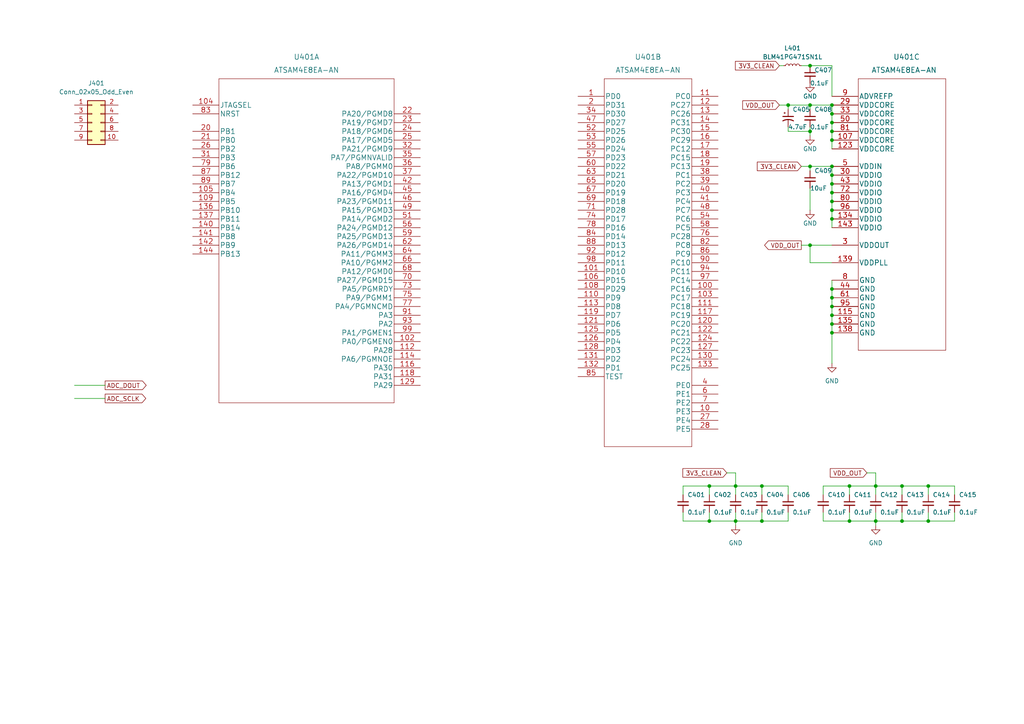
<source format=kicad_sch>
(kicad_sch (version 20211123) (generator eeschema)

  (uuid d96584be-302f-4690-800d-65c92729ad62)

  (paper "A4")

  (lib_symbols
    (symbol "2022-01-19_19-47-49:ATSAM4E8EA-AN" (pin_names (offset 0.254)) (in_bom yes) (on_board yes)
      (property "Reference" "U" (id 0) (at 33.02 12.7 0)
        (effects (font (size 1.524 1.524)))
      )
      (property "Value" "ATSAM4E8EA-AN" (id 1) (at 33.02 10.16 0)
        (effects (font (size 1.524 1.524)))
      )
      (property "Footprint" "LQFP144_20x20MC_MCH" (id 2) (at 33.02 8.636 0)
        (effects (font (size 1.524 1.524)) hide)
      )
      (property "Datasheet" "" (id 3) (at 0 0 0)
        (effects (font (size 1.524 1.524)))
      )
      (property "ki_fp_filters" "LQFP144_20x20MC_MCH LQFP144_20x20MC_MCH-M LQFP144_20x20MC_MCH-L" (id 4) (at 0 0 0)
        (effects (font (size 1.27 1.27)) hide)
      )
      (symbol "ATSAM4E8EA-AN_1_1"
        (polyline
          (pts
            (xy 7.62 -86.36)
            (xy 58.42 -86.36)
          )
          (stroke (width 0.127) (type default) (color 0 0 0 0))
          (fill (type none))
        )
        (polyline
          (pts
            (xy 7.62 7.62)
            (xy 7.62 -86.36)
          )
          (stroke (width 0.127) (type default) (color 0 0 0 0))
          (fill (type none))
        )
        (polyline
          (pts
            (xy 58.42 -86.36)
            (xy 58.42 7.62)
          )
          (stroke (width 0.127) (type default) (color 0 0 0 0))
          (fill (type none))
        )
        (polyline
          (pts
            (xy 58.42 7.62)
            (xy 7.62 7.62)
          )
          (stroke (width 0.127) (type default) (color 0 0 0 0))
          (fill (type none))
        )
        (pin bidirectional line (at 66.04 -68.58 180) (length 7.62)
          (name "PA0/PGMEN0" (effects (font (size 1.4986 1.4986))))
          (number "102" (effects (font (size 1.4986 1.4986))))
        )
        (pin unspecified line (at 0 0 0) (length 7.62)
          (name "JTAGSEL" (effects (font (size 1.4986 1.4986))))
          (number "104" (effects (font (size 1.4986 1.4986))))
        )
        (pin bidirectional line (at 0 -25.4 0) (length 7.62)
          (name "PB4" (effects (font (size 1.4986 1.4986))))
          (number "105" (effects (font (size 1.4986 1.4986))))
        )
        (pin bidirectional line (at 0 -27.94 0) (length 7.62)
          (name "PB5" (effects (font (size 1.4986 1.4986))))
          (number "109" (effects (font (size 1.4986 1.4986))))
        )
        (pin bidirectional line (at 66.04 -71.12 180) (length 7.62)
          (name "PA28" (effects (font (size 1.4986 1.4986))))
          (number "112" (effects (font (size 1.4986 1.4986))))
        )
        (pin bidirectional line (at 66.04 -73.66 180) (length 7.62)
          (name "PA6/PGMNOE" (effects (font (size 1.4986 1.4986))))
          (number "114" (effects (font (size 1.4986 1.4986))))
        )
        (pin bidirectional line (at 66.04 -76.2 180) (length 7.62)
          (name "PA30" (effects (font (size 1.4986 1.4986))))
          (number "116" (effects (font (size 1.4986 1.4986))))
        )
        (pin bidirectional line (at 66.04 -78.74 180) (length 7.62)
          (name "PA31" (effects (font (size 1.4986 1.4986))))
          (number "118" (effects (font (size 1.4986 1.4986))))
        )
        (pin bidirectional line (at 66.04 -81.28 180) (length 7.62)
          (name "PA29" (effects (font (size 1.4986 1.4986))))
          (number "129" (effects (font (size 1.4986 1.4986))))
        )
        (pin bidirectional line (at 0 -30.48 0) (length 7.62)
          (name "PB10" (effects (font (size 1.4986 1.4986))))
          (number "136" (effects (font (size 1.4986 1.4986))))
        )
        (pin bidirectional line (at 0 -33.02 0) (length 7.62)
          (name "PB11" (effects (font (size 1.4986 1.4986))))
          (number "137" (effects (font (size 1.4986 1.4986))))
        )
        (pin bidirectional line (at 0 -35.56 0) (length 7.62)
          (name "PB14" (effects (font (size 1.4986 1.4986))))
          (number "140" (effects (font (size 1.4986 1.4986))))
        )
        (pin bidirectional line (at 0 -38.1 0) (length 7.62)
          (name "PB8" (effects (font (size 1.4986 1.4986))))
          (number "141" (effects (font (size 1.4986 1.4986))))
        )
        (pin bidirectional line (at 0 -40.64 0) (length 7.62)
          (name "PB9" (effects (font (size 1.4986 1.4986))))
          (number "142" (effects (font (size 1.4986 1.4986))))
        )
        (pin bidirectional line (at 0 -43.18 0) (length 7.62)
          (name "PB13" (effects (font (size 1.4986 1.4986))))
          (number "144" (effects (font (size 1.4986 1.4986))))
        )
        (pin bidirectional line (at 0 -7.62 0) (length 7.62)
          (name "PB1" (effects (font (size 1.4986 1.4986))))
          (number "20" (effects (font (size 1.4986 1.4986))))
        )
        (pin bidirectional line (at 0 -10.16 0) (length 7.62)
          (name "PB0" (effects (font (size 1.4986 1.4986))))
          (number "21" (effects (font (size 1.4986 1.4986))))
        )
        (pin bidirectional line (at 66.04 -2.54 180) (length 7.62)
          (name "PA20/PGMD8" (effects (font (size 1.4986 1.4986))))
          (number "22" (effects (font (size 1.4986 1.4986))))
        )
        (pin bidirectional line (at 66.04 -5.08 180) (length 7.62)
          (name "PA19/PGMD7" (effects (font (size 1.4986 1.4986))))
          (number "23" (effects (font (size 1.4986 1.4986))))
        )
        (pin bidirectional line (at 66.04 -7.62 180) (length 7.62)
          (name "PA18/PGMD6" (effects (font (size 1.4986 1.4986))))
          (number "24" (effects (font (size 1.4986 1.4986))))
        )
        (pin bidirectional line (at 66.04 -10.16 180) (length 7.62)
          (name "PA17/PGMD5" (effects (font (size 1.4986 1.4986))))
          (number "25" (effects (font (size 1.4986 1.4986))))
        )
        (pin bidirectional line (at 0 -12.7 0) (length 7.62)
          (name "PB2" (effects (font (size 1.4986 1.4986))))
          (number "26" (effects (font (size 1.4986 1.4986))))
        )
        (pin bidirectional line (at 0 -15.24 0) (length 7.62)
          (name "PB3" (effects (font (size 1.4986 1.4986))))
          (number "31" (effects (font (size 1.4986 1.4986))))
        )
        (pin bidirectional line (at 66.04 -12.7 180) (length 7.62)
          (name "PA21/PGMD9" (effects (font (size 1.4986 1.4986))))
          (number "32" (effects (font (size 1.4986 1.4986))))
        )
        (pin bidirectional line (at 66.04 -15.24 180) (length 7.62)
          (name "PA7/PGMNVALID" (effects (font (size 1.4986 1.4986))))
          (number "35" (effects (font (size 1.4986 1.4986))))
        )
        (pin bidirectional line (at 66.04 -17.78 180) (length 7.62)
          (name "PA8/PGMM0" (effects (font (size 1.4986 1.4986))))
          (number "36" (effects (font (size 1.4986 1.4986))))
        )
        (pin bidirectional line (at 66.04 -20.32 180) (length 7.62)
          (name "PA22/PGMD10" (effects (font (size 1.4986 1.4986))))
          (number "37" (effects (font (size 1.4986 1.4986))))
        )
        (pin bidirectional line (at 66.04 -22.86 180) (length 7.62)
          (name "PA13/PGMD1" (effects (font (size 1.4986 1.4986))))
          (number "42" (effects (font (size 1.4986 1.4986))))
        )
        (pin bidirectional line (at 66.04 -25.4 180) (length 7.62)
          (name "PA16/PGMD4" (effects (font (size 1.4986 1.4986))))
          (number "45" (effects (font (size 1.4986 1.4986))))
        )
        (pin bidirectional line (at 66.04 -27.94 180) (length 7.62)
          (name "PA23/PGMD11" (effects (font (size 1.4986 1.4986))))
          (number "46" (effects (font (size 1.4986 1.4986))))
        )
        (pin bidirectional line (at 66.04 -30.48 180) (length 7.62)
          (name "PA15/PGMD3" (effects (font (size 1.4986 1.4986))))
          (number "49" (effects (font (size 1.4986 1.4986))))
        )
        (pin bidirectional line (at 66.04 -33.02 180) (length 7.62)
          (name "PA14/PGMD2" (effects (font (size 1.4986 1.4986))))
          (number "51" (effects (font (size 1.4986 1.4986))))
        )
        (pin bidirectional line (at 66.04 -35.56 180) (length 7.62)
          (name "PA24/PGMD12" (effects (font (size 1.4986 1.4986))))
          (number "56" (effects (font (size 1.4986 1.4986))))
        )
        (pin bidirectional line (at 66.04 -38.1 180) (length 7.62)
          (name "PA25/PGMD13" (effects (font (size 1.4986 1.4986))))
          (number "59" (effects (font (size 1.4986 1.4986))))
        )
        (pin bidirectional line (at 66.04 -40.64 180) (length 7.62)
          (name "PA26/PGMD14" (effects (font (size 1.4986 1.4986))))
          (number "62" (effects (font (size 1.4986 1.4986))))
        )
        (pin bidirectional line (at 66.04 -43.18 180) (length 7.62)
          (name "PA11/PGMM3" (effects (font (size 1.4986 1.4986))))
          (number "64" (effects (font (size 1.4986 1.4986))))
        )
        (pin bidirectional line (at 66.04 -45.72 180) (length 7.62)
          (name "PA10/PGMM2" (effects (font (size 1.4986 1.4986))))
          (number "66" (effects (font (size 1.4986 1.4986))))
        )
        (pin bidirectional line (at 66.04 -48.26 180) (length 7.62)
          (name "PA12/PGMD0" (effects (font (size 1.4986 1.4986))))
          (number "68" (effects (font (size 1.4986 1.4986))))
        )
        (pin bidirectional line (at 66.04 -50.8 180) (length 7.62)
          (name "PA27/PGMD15" (effects (font (size 1.4986 1.4986))))
          (number "70" (effects (font (size 1.4986 1.4986))))
        )
        (pin bidirectional line (at 66.04 -53.34 180) (length 7.62)
          (name "PA5/PGMRDY" (effects (font (size 1.4986 1.4986))))
          (number "73" (effects (font (size 1.4986 1.4986))))
        )
        (pin bidirectional line (at 66.04 -55.88 180) (length 7.62)
          (name "PA9/PGMM1" (effects (font (size 1.4986 1.4986))))
          (number "75" (effects (font (size 1.4986 1.4986))))
        )
        (pin bidirectional line (at 66.04 -58.42 180) (length 7.62)
          (name "PA4/PGMNCMD" (effects (font (size 1.4986 1.4986))))
          (number "77" (effects (font (size 1.4986 1.4986))))
        )
        (pin bidirectional line (at 0 -17.78 0) (length 7.62)
          (name "PB6" (effects (font (size 1.4986 1.4986))))
          (number "79" (effects (font (size 1.4986 1.4986))))
        )
        (pin unspecified line (at 0 -2.54 0) (length 7.62)
          (name "NRST" (effects (font (size 1.4986 1.4986))))
          (number "83" (effects (font (size 1.4986 1.4986))))
        )
        (pin bidirectional line (at 0 -20.32 0) (length 7.62)
          (name "PB12" (effects (font (size 1.4986 1.4986))))
          (number "87" (effects (font (size 1.4986 1.4986))))
        )
        (pin bidirectional line (at 0 -22.86 0) (length 7.62)
          (name "PB7" (effects (font (size 1.4986 1.4986))))
          (number "89" (effects (font (size 1.4986 1.4986))))
        )
        (pin bidirectional line (at 66.04 -60.96 180) (length 7.62)
          (name "PA3" (effects (font (size 1.4986 1.4986))))
          (number "91" (effects (font (size 1.4986 1.4986))))
        )
        (pin bidirectional line (at 66.04 -63.5 180) (length 7.62)
          (name "PA2" (effects (font (size 1.4986 1.4986))))
          (number "93" (effects (font (size 1.4986 1.4986))))
        )
        (pin bidirectional line (at 66.04 -66.04 180) (length 7.62)
          (name "PA1/PGMEN1" (effects (font (size 1.4986 1.4986))))
          (number "99" (effects (font (size 1.4986 1.4986))))
        )
      )
      (symbol "ATSAM4E8EA-AN_2_1"
        (polyline
          (pts
            (xy 7.62 -101.6)
            (xy 33.02 -101.6)
          )
          (stroke (width 0.127) (type default) (color 0 0 0 0))
          (fill (type none))
        )
        (polyline
          (pts
            (xy 7.62 5.08)
            (xy 7.62 -101.6)
          )
          (stroke (width 0.127) (type default) (color 0 0 0 0))
          (fill (type none))
        )
        (polyline
          (pts
            (xy 33.02 -101.6)
            (xy 33.02 5.08)
          )
          (stroke (width 0.127) (type default) (color 0 0 0 0))
          (fill (type none))
        )
        (polyline
          (pts
            (xy 33.02 5.08)
            (xy 7.62 5.08)
          )
          (stroke (width 0.127) (type default) (color 0 0 0 0))
          (fill (type none))
        )
        (pin bidirectional line (at 0 0 0) (length 7.62)
          (name "PD0" (effects (font (size 1.4986 1.4986))))
          (number "1" (effects (font (size 1.4986 1.4986))))
        )
        (pin bidirectional line (at 40.64 -91.44 180) (length 7.62)
          (name "PE3" (effects (font (size 1.4986 1.4986))))
          (number "10" (effects (font (size 1.4986 1.4986))))
        )
        (pin bidirectional line (at 40.64 -55.88 180) (length 7.62)
          (name "PC16" (effects (font (size 1.4986 1.4986))))
          (number "100" (effects (font (size 1.4986 1.4986))))
        )
        (pin bidirectional line (at 0 -50.8 0) (length 7.62)
          (name "PD10" (effects (font (size 1.4986 1.4986))))
          (number "101" (effects (font (size 1.4986 1.4986))))
        )
        (pin bidirectional line (at 40.64 -58.42 180) (length 7.62)
          (name "PC17" (effects (font (size 1.4986 1.4986))))
          (number "103" (effects (font (size 1.4986 1.4986))))
        )
        (pin bidirectional line (at 0 -53.34 0) (length 7.62)
          (name "PD15" (effects (font (size 1.4986 1.4986))))
          (number "106" (effects (font (size 1.4986 1.4986))))
        )
        (pin bidirectional line (at 0 -55.88 0) (length 7.62)
          (name "PD29" (effects (font (size 1.4986 1.4986))))
          (number "108" (effects (font (size 1.4986 1.4986))))
        )
        (pin bidirectional line (at 40.64 0 180) (length 7.62)
          (name "PC0" (effects (font (size 1.4986 1.4986))))
          (number "11" (effects (font (size 1.4986 1.4986))))
        )
        (pin bidirectional line (at 0 -58.42 0) (length 7.62)
          (name "PD9" (effects (font (size 1.4986 1.4986))))
          (number "110" (effects (font (size 1.4986 1.4986))))
        )
        (pin bidirectional line (at 40.64 -60.96 180) (length 7.62)
          (name "PC18" (effects (font (size 1.4986 1.4986))))
          (number "111" (effects (font (size 1.4986 1.4986))))
        )
        (pin bidirectional line (at 0 -60.96 0) (length 7.62)
          (name "PD8" (effects (font (size 1.4986 1.4986))))
          (number "113" (effects (font (size 1.4986 1.4986))))
        )
        (pin bidirectional line (at 40.64 -63.5 180) (length 7.62)
          (name "PC19" (effects (font (size 1.4986 1.4986))))
          (number "117" (effects (font (size 1.4986 1.4986))))
        )
        (pin bidirectional line (at 0 -63.5 0) (length 7.62)
          (name "PD7" (effects (font (size 1.4986 1.4986))))
          (number "119" (effects (font (size 1.4986 1.4986))))
        )
        (pin bidirectional line (at 40.64 -2.54 180) (length 7.62)
          (name "PC27" (effects (font (size 1.4986 1.4986))))
          (number "12" (effects (font (size 1.4986 1.4986))))
        )
        (pin bidirectional line (at 40.64 -66.04 180) (length 7.62)
          (name "PC20" (effects (font (size 1.4986 1.4986))))
          (number "120" (effects (font (size 1.4986 1.4986))))
        )
        (pin bidirectional line (at 0 -66.04 0) (length 7.62)
          (name "PD6" (effects (font (size 1.4986 1.4986))))
          (number "121" (effects (font (size 1.4986 1.4986))))
        )
        (pin bidirectional line (at 40.64 -68.58 180) (length 7.62)
          (name "PC21" (effects (font (size 1.4986 1.4986))))
          (number "122" (effects (font (size 1.4986 1.4986))))
        )
        (pin bidirectional line (at 40.64 -71.12 180) (length 7.62)
          (name "PC22" (effects (font (size 1.4986 1.4986))))
          (number "124" (effects (font (size 1.4986 1.4986))))
        )
        (pin bidirectional line (at 0 -68.58 0) (length 7.62)
          (name "PD5" (effects (font (size 1.4986 1.4986))))
          (number "125" (effects (font (size 1.4986 1.4986))))
        )
        (pin bidirectional line (at 0 -71.12 0) (length 7.62)
          (name "PD4" (effects (font (size 1.4986 1.4986))))
          (number "126" (effects (font (size 1.4986 1.4986))))
        )
        (pin bidirectional line (at 40.64 -73.66 180) (length 7.62)
          (name "PC23" (effects (font (size 1.4986 1.4986))))
          (number "127" (effects (font (size 1.4986 1.4986))))
        )
        (pin bidirectional line (at 0 -73.66 0) (length 7.62)
          (name "PD3" (effects (font (size 1.4986 1.4986))))
          (number "128" (effects (font (size 1.4986 1.4986))))
        )
        (pin bidirectional line (at 40.64 -5.08 180) (length 7.62)
          (name "PC26" (effects (font (size 1.4986 1.4986))))
          (number "13" (effects (font (size 1.4986 1.4986))))
        )
        (pin bidirectional line (at 40.64 -76.2 180) (length 7.62)
          (name "PC24" (effects (font (size 1.4986 1.4986))))
          (number "130" (effects (font (size 1.4986 1.4986))))
        )
        (pin bidirectional line (at 0 -76.2 0) (length 7.62)
          (name "PD2" (effects (font (size 1.4986 1.4986))))
          (number "131" (effects (font (size 1.4986 1.4986))))
        )
        (pin bidirectional line (at 0 -78.74 0) (length 7.62)
          (name "PD1" (effects (font (size 1.4986 1.4986))))
          (number "132" (effects (font (size 1.4986 1.4986))))
        )
        (pin bidirectional line (at 40.64 -78.74 180) (length 7.62)
          (name "PC25" (effects (font (size 1.4986 1.4986))))
          (number "133" (effects (font (size 1.4986 1.4986))))
        )
        (pin bidirectional line (at 40.64 -7.62 180) (length 7.62)
          (name "PC31" (effects (font (size 1.4986 1.4986))))
          (number "14" (effects (font (size 1.4986 1.4986))))
        )
        (pin bidirectional line (at 40.64 -10.16 180) (length 7.62)
          (name "PC30" (effects (font (size 1.4986 1.4986))))
          (number "15" (effects (font (size 1.4986 1.4986))))
        )
        (pin bidirectional line (at 40.64 -12.7 180) (length 7.62)
          (name "PC29" (effects (font (size 1.4986 1.4986))))
          (number "16" (effects (font (size 1.4986 1.4986))))
        )
        (pin bidirectional line (at 40.64 -15.24 180) (length 7.62)
          (name "PC12" (effects (font (size 1.4986 1.4986))))
          (number "17" (effects (font (size 1.4986 1.4986))))
        )
        (pin bidirectional line (at 40.64 -17.78 180) (length 7.62)
          (name "PC15" (effects (font (size 1.4986 1.4986))))
          (number "18" (effects (font (size 1.4986 1.4986))))
        )
        (pin bidirectional line (at 40.64 -20.32 180) (length 7.62)
          (name "PC13" (effects (font (size 1.4986 1.4986))))
          (number "19" (effects (font (size 1.4986 1.4986))))
        )
        (pin bidirectional line (at 0 -2.54 0) (length 7.62)
          (name "PD31" (effects (font (size 1.4986 1.4986))))
          (number "2" (effects (font (size 1.4986 1.4986))))
        )
        (pin bidirectional line (at 40.64 -93.98 180) (length 7.62)
          (name "PE4" (effects (font (size 1.4986 1.4986))))
          (number "27" (effects (font (size 1.4986 1.4986))))
        )
        (pin bidirectional line (at 40.64 -96.52 180) (length 7.62)
          (name "PE5" (effects (font (size 1.4986 1.4986))))
          (number "28" (effects (font (size 1.4986 1.4986))))
        )
        (pin bidirectional line (at 0 -5.08 0) (length 7.62)
          (name "PD30" (effects (font (size 1.4986 1.4986))))
          (number "34" (effects (font (size 1.4986 1.4986))))
        )
        (pin bidirectional line (at 40.64 -22.86 180) (length 7.62)
          (name "PC1" (effects (font (size 1.4986 1.4986))))
          (number "38" (effects (font (size 1.4986 1.4986))))
        )
        (pin bidirectional line (at 40.64 -25.4 180) (length 7.62)
          (name "PC2" (effects (font (size 1.4986 1.4986))))
          (number "39" (effects (font (size 1.4986 1.4986))))
        )
        (pin bidirectional line (at 40.64 -83.82 180) (length 7.62)
          (name "PE0" (effects (font (size 1.4986 1.4986))))
          (number "4" (effects (font (size 1.4986 1.4986))))
        )
        (pin bidirectional line (at 40.64 -27.94 180) (length 7.62)
          (name "PC3" (effects (font (size 1.4986 1.4986))))
          (number "40" (effects (font (size 1.4986 1.4986))))
        )
        (pin bidirectional line (at 40.64 -30.48 180) (length 7.62)
          (name "PC4" (effects (font (size 1.4986 1.4986))))
          (number "41" (effects (font (size 1.4986 1.4986))))
        )
        (pin bidirectional line (at 0 -7.62 0) (length 7.62)
          (name "PD27" (effects (font (size 1.4986 1.4986))))
          (number "47" (effects (font (size 1.4986 1.4986))))
        )
        (pin bidirectional line (at 40.64 -33.02 180) (length 7.62)
          (name "PC7" (effects (font (size 1.4986 1.4986))))
          (number "48" (effects (font (size 1.4986 1.4986))))
        )
        (pin bidirectional line (at 0 -10.16 0) (length 7.62)
          (name "PD25" (effects (font (size 1.4986 1.4986))))
          (number "52" (effects (font (size 1.4986 1.4986))))
        )
        (pin bidirectional line (at 0 -12.7 0) (length 7.62)
          (name "PD26" (effects (font (size 1.4986 1.4986))))
          (number "53" (effects (font (size 1.4986 1.4986))))
        )
        (pin bidirectional line (at 40.64 -35.56 180) (length 7.62)
          (name "PC6" (effects (font (size 1.4986 1.4986))))
          (number "54" (effects (font (size 1.4986 1.4986))))
        )
        (pin bidirectional line (at 0 -15.24 0) (length 7.62)
          (name "PD24" (effects (font (size 1.4986 1.4986))))
          (number "55" (effects (font (size 1.4986 1.4986))))
        )
        (pin bidirectional line (at 0 -17.78 0) (length 7.62)
          (name "PD23" (effects (font (size 1.4986 1.4986))))
          (number "57" (effects (font (size 1.4986 1.4986))))
        )
        (pin bidirectional line (at 40.64 -38.1 180) (length 7.62)
          (name "PC5" (effects (font (size 1.4986 1.4986))))
          (number "58" (effects (font (size 1.4986 1.4986))))
        )
        (pin bidirectional line (at 40.64 -86.36 180) (length 7.62)
          (name "PE1" (effects (font (size 1.4986 1.4986))))
          (number "6" (effects (font (size 1.4986 1.4986))))
        )
        (pin bidirectional line (at 0 -20.32 0) (length 7.62)
          (name "PD22" (effects (font (size 1.4986 1.4986))))
          (number "60" (effects (font (size 1.4986 1.4986))))
        )
        (pin bidirectional line (at 0 -22.86 0) (length 7.62)
          (name "PD21" (effects (font (size 1.4986 1.4986))))
          (number "63" (effects (font (size 1.4986 1.4986))))
        )
        (pin bidirectional line (at 0 -25.4 0) (length 7.62)
          (name "PD20" (effects (font (size 1.4986 1.4986))))
          (number "65" (effects (font (size 1.4986 1.4986))))
        )
        (pin bidirectional line (at 0 -27.94 0) (length 7.62)
          (name "PD19" (effects (font (size 1.4986 1.4986))))
          (number "67" (effects (font (size 1.4986 1.4986))))
        )
        (pin bidirectional line (at 0 -30.48 0) (length 7.62)
          (name "PD18" (effects (font (size 1.4986 1.4986))))
          (number "69" (effects (font (size 1.4986 1.4986))))
        )
        (pin bidirectional line (at 40.64 -88.9 180) (length 7.62)
          (name "PE2" (effects (font (size 1.4986 1.4986))))
          (number "7" (effects (font (size 1.4986 1.4986))))
        )
        (pin bidirectional line (at 0 -33.02 0) (length 7.62)
          (name "PD28" (effects (font (size 1.4986 1.4986))))
          (number "71" (effects (font (size 1.4986 1.4986))))
        )
        (pin bidirectional line (at 0 -35.56 0) (length 7.62)
          (name "PD17" (effects (font (size 1.4986 1.4986))))
          (number "74" (effects (font (size 1.4986 1.4986))))
        )
        (pin bidirectional line (at 40.64 -40.64 180) (length 7.62)
          (name "PC28" (effects (font (size 1.4986 1.4986))))
          (number "76" (effects (font (size 1.4986 1.4986))))
        )
        (pin bidirectional line (at 0 -38.1 0) (length 7.62)
          (name "PD16" (effects (font (size 1.4986 1.4986))))
          (number "78" (effects (font (size 1.4986 1.4986))))
        )
        (pin bidirectional line (at 40.64 -43.18 180) (length 7.62)
          (name "PC8" (effects (font (size 1.4986 1.4986))))
          (number "82" (effects (font (size 1.4986 1.4986))))
        )
        (pin bidirectional line (at 0 -40.64 0) (length 7.62)
          (name "PD14" (effects (font (size 1.4986 1.4986))))
          (number "84" (effects (font (size 1.4986 1.4986))))
        )
        (pin unspecified line (at 0 -81.28 0) (length 7.62)
          (name "TEST" (effects (font (size 1.4986 1.4986))))
          (number "85" (effects (font (size 1.4986 1.4986))))
        )
        (pin bidirectional line (at 40.64 -45.72 180) (length 7.62)
          (name "PC9" (effects (font (size 1.4986 1.4986))))
          (number "86" (effects (font (size 1.4986 1.4986))))
        )
        (pin bidirectional line (at 0 -43.18 0) (length 7.62)
          (name "PD13" (effects (font (size 1.4986 1.4986))))
          (number "88" (effects (font (size 1.4986 1.4986))))
        )
        (pin bidirectional line (at 40.64 -48.26 180) (length 7.62)
          (name "PC10" (effects (font (size 1.4986 1.4986))))
          (number "90" (effects (font (size 1.4986 1.4986))))
        )
        (pin bidirectional line (at 0 -45.72 0) (length 7.62)
          (name "PD12" (effects (font (size 1.4986 1.4986))))
          (number "92" (effects (font (size 1.4986 1.4986))))
        )
        (pin bidirectional line (at 40.64 -50.8 180) (length 7.62)
          (name "PC11" (effects (font (size 1.4986 1.4986))))
          (number "94" (effects (font (size 1.4986 1.4986))))
        )
        (pin bidirectional line (at 40.64 -53.34 180) (length 7.62)
          (name "PC14" (effects (font (size 1.4986 1.4986))))
          (number "97" (effects (font (size 1.4986 1.4986))))
        )
        (pin bidirectional line (at 0 -48.26 0) (length 7.62)
          (name "PD11" (effects (font (size 1.4986 1.4986))))
          (number "98" (effects (font (size 1.4986 1.4986))))
        )
      )
      (symbol "ATSAM4E8EA-AN_3_1"
        (polyline
          (pts
            (xy 7.62 -73.66)
            (xy 33.02 -73.66)
          )
          (stroke (width 0.127) (type default) (color 0 0 0 0))
          (fill (type none))
        )
        (polyline
          (pts
            (xy 7.62 5.08)
            (xy 7.62 -73.66)
          )
          (stroke (width 0.127) (type default) (color 0 0 0 0))
          (fill (type none))
        )
        (polyline
          (pts
            (xy 33.02 -73.66)
            (xy 33.02 5.08)
          )
          (stroke (width 0.127) (type default) (color 0 0 0 0))
          (fill (type none))
        )
        (polyline
          (pts
            (xy 33.02 5.08)
            (xy 7.62 5.08)
          )
          (stroke (width 0.127) (type default) (color 0 0 0 0))
          (fill (type none))
        )
        (pin power_in line (at 0 -12.7 0) (length 7.62)
          (name "VDDCORE" (effects (font (size 1.4986 1.4986))))
          (number "107" (effects (font (size 1.4986 1.4986))))
        )
        (pin power_in line (at 0 -63.5 0) (length 7.62)
          (name "GND" (effects (font (size 1.4986 1.4986))))
          (number "115" (effects (font (size 1.4986 1.4986))))
        )
        (pin power_in line (at 0 -15.24 0) (length 7.62)
          (name "VDDCORE" (effects (font (size 1.4986 1.4986))))
          (number "123" (effects (font (size 1.4986 1.4986))))
        )
        (pin power_in line (at 0 -35.56 0) (length 7.62)
          (name "VDDIO" (effects (font (size 1.4986 1.4986))))
          (number "134" (effects (font (size 1.4986 1.4986))))
        )
        (pin power_in line (at 0 -66.04 0) (length 7.62)
          (name "GND" (effects (font (size 1.4986 1.4986))))
          (number "135" (effects (font (size 1.4986 1.4986))))
        )
        (pin power_in line (at 0 -68.58 0) (length 7.62)
          (name "GND" (effects (font (size 1.4986 1.4986))))
          (number "138" (effects (font (size 1.4986 1.4986))))
        )
        (pin power_in line (at 0 -48.26 0) (length 7.62)
          (name "VDDPLL" (effects (font (size 1.4986 1.4986))))
          (number "139" (effects (font (size 1.4986 1.4986))))
        )
        (pin power_in line (at 0 -38.1 0) (length 7.62)
          (name "VDDIO" (effects (font (size 1.4986 1.4986))))
          (number "143" (effects (font (size 1.4986 1.4986))))
        )
        (pin power_in line (at 0 -2.54 0) (length 7.62)
          (name "VDDCORE" (effects (font (size 1.4986 1.4986))))
          (number "29" (effects (font (size 1.4986 1.4986))))
        )
        (pin output line (at 0 -43.18 0) (length 7.62)
          (name "VDDOUT" (effects (font (size 1.4986 1.4986))))
          (number "3" (effects (font (size 1.4986 1.4986))))
        )
        (pin power_in line (at 0 -22.86 0) (length 7.62)
          (name "VDDIO" (effects (font (size 1.4986 1.4986))))
          (number "30" (effects (font (size 1.4986 1.4986))))
        )
        (pin power_in line (at 0 -5.08 0) (length 7.62)
          (name "VDDCORE" (effects (font (size 1.4986 1.4986))))
          (number "33" (effects (font (size 1.4986 1.4986))))
        )
        (pin power_in line (at 0 -25.4 0) (length 7.62)
          (name "VDDIO" (effects (font (size 1.4986 1.4986))))
          (number "43" (effects (font (size 1.4986 1.4986))))
        )
        (pin power_in line (at 0 -55.88 0) (length 7.62)
          (name "GND" (effects (font (size 1.4986 1.4986))))
          (number "44" (effects (font (size 1.4986 1.4986))))
        )
        (pin power_in line (at 0 -20.32 0) (length 7.62)
          (name "VDDIN" (effects (font (size 1.4986 1.4986))))
          (number "5" (effects (font (size 1.4986 1.4986))))
        )
        (pin power_in line (at 0 -7.62 0) (length 7.62)
          (name "VDDCORE" (effects (font (size 1.4986 1.4986))))
          (number "50" (effects (font (size 1.4986 1.4986))))
        )
        (pin power_in line (at 0 -58.42 0) (length 7.62)
          (name "GND" (effects (font (size 1.4986 1.4986))))
          (number "61" (effects (font (size 1.4986 1.4986))))
        )
        (pin power_in line (at 0 -27.94 0) (length 7.62)
          (name "VDDIO" (effects (font (size 1.4986 1.4986))))
          (number "72" (effects (font (size 1.4986 1.4986))))
        )
        (pin power_in line (at 0 -53.34 0) (length 7.62)
          (name "GND" (effects (font (size 1.4986 1.4986))))
          (number "8" (effects (font (size 1.4986 1.4986))))
        )
        (pin power_in line (at 0 -30.48 0) (length 7.62)
          (name "VDDIO" (effects (font (size 1.4986 1.4986))))
          (number "80" (effects (font (size 1.4986 1.4986))))
        )
        (pin power_in line (at 0 -10.16 0) (length 7.62)
          (name "VDDCORE" (effects (font (size 1.4986 1.4986))))
          (number "81" (effects (font (size 1.4986 1.4986))))
        )
        (pin power_in line (at 0 0 0) (length 7.62)
          (name "ADVREFP" (effects (font (size 1.4986 1.4986))))
          (number "9" (effects (font (size 1.4986 1.4986))))
        )
        (pin power_in line (at 0 -60.96 0) (length 7.62)
          (name "GND" (effects (font (size 1.4986 1.4986))))
          (number "95" (effects (font (size 1.4986 1.4986))))
        )
        (pin power_in line (at 0 -33.02 0) (length 7.62)
          (name "VDDIO" (effects (font (size 1.4986 1.4986))))
          (number "96" (effects (font (size 1.4986 1.4986))))
        )
      )
    )
    (symbol "Connector_Generic:Conn_02x05_Odd_Even" (pin_names (offset 1.016) hide) (in_bom yes) (on_board yes)
      (property "Reference" "J" (id 0) (at 1.27 7.62 0)
        (effects (font (size 1.27 1.27)))
      )
      (property "Value" "Conn_02x05_Odd_Even" (id 1) (at 1.27 -7.62 0)
        (effects (font (size 1.27 1.27)))
      )
      (property "Footprint" "" (id 2) (at 0 0 0)
        (effects (font (size 1.27 1.27)) hide)
      )
      (property "Datasheet" "~" (id 3) (at 0 0 0)
        (effects (font (size 1.27 1.27)) hide)
      )
      (property "ki_keywords" "connector" (id 4) (at 0 0 0)
        (effects (font (size 1.27 1.27)) hide)
      )
      (property "ki_description" "Generic connector, double row, 02x05, odd/even pin numbering scheme (row 1 odd numbers, row 2 even numbers), script generated (kicad-library-utils/schlib/autogen/connector/)" (id 5) (at 0 0 0)
        (effects (font (size 1.27 1.27)) hide)
      )
      (property "ki_fp_filters" "Connector*:*_2x??_*" (id 6) (at 0 0 0)
        (effects (font (size 1.27 1.27)) hide)
      )
      (symbol "Conn_02x05_Odd_Even_1_1"
        (rectangle (start -1.27 -4.953) (end 0 -5.207)
          (stroke (width 0.1524) (type default) (color 0 0 0 0))
          (fill (type none))
        )
        (rectangle (start -1.27 -2.413) (end 0 -2.667)
          (stroke (width 0.1524) (type default) (color 0 0 0 0))
          (fill (type none))
        )
        (rectangle (start -1.27 0.127) (end 0 -0.127)
          (stroke (width 0.1524) (type default) (color 0 0 0 0))
          (fill (type none))
        )
        (rectangle (start -1.27 2.667) (end 0 2.413)
          (stroke (width 0.1524) (type default) (color 0 0 0 0))
          (fill (type none))
        )
        (rectangle (start -1.27 5.207) (end 0 4.953)
          (stroke (width 0.1524) (type default) (color 0 0 0 0))
          (fill (type none))
        )
        (rectangle (start -1.27 6.35) (end 3.81 -6.35)
          (stroke (width 0.254) (type default) (color 0 0 0 0))
          (fill (type background))
        )
        (rectangle (start 3.81 -4.953) (end 2.54 -5.207)
          (stroke (width 0.1524) (type default) (color 0 0 0 0))
          (fill (type none))
        )
        (rectangle (start 3.81 -2.413) (end 2.54 -2.667)
          (stroke (width 0.1524) (type default) (color 0 0 0 0))
          (fill (type none))
        )
        (rectangle (start 3.81 0.127) (end 2.54 -0.127)
          (stroke (width 0.1524) (type default) (color 0 0 0 0))
          (fill (type none))
        )
        (rectangle (start 3.81 2.667) (end 2.54 2.413)
          (stroke (width 0.1524) (type default) (color 0 0 0 0))
          (fill (type none))
        )
        (rectangle (start 3.81 5.207) (end 2.54 4.953)
          (stroke (width 0.1524) (type default) (color 0 0 0 0))
          (fill (type none))
        )
        (pin passive line (at -5.08 5.08 0) (length 3.81)
          (name "Pin_1" (effects (font (size 1.27 1.27))))
          (number "1" (effects (font (size 1.27 1.27))))
        )
        (pin passive line (at 7.62 -5.08 180) (length 3.81)
          (name "Pin_10" (effects (font (size 1.27 1.27))))
          (number "10" (effects (font (size 1.27 1.27))))
        )
        (pin passive line (at 7.62 5.08 180) (length 3.81)
          (name "Pin_2" (effects (font (size 1.27 1.27))))
          (number "2" (effects (font (size 1.27 1.27))))
        )
        (pin passive line (at -5.08 2.54 0) (length 3.81)
          (name "Pin_3" (effects (font (size 1.27 1.27))))
          (number "3" (effects (font (size 1.27 1.27))))
        )
        (pin passive line (at 7.62 2.54 180) (length 3.81)
          (name "Pin_4" (effects (font (size 1.27 1.27))))
          (number "4" (effects (font (size 1.27 1.27))))
        )
        (pin passive line (at -5.08 0 0) (length 3.81)
          (name "Pin_5" (effects (font (size 1.27 1.27))))
          (number "5" (effects (font (size 1.27 1.27))))
        )
        (pin passive line (at 7.62 0 180) (length 3.81)
          (name "Pin_6" (effects (font (size 1.27 1.27))))
          (number "6" (effects (font (size 1.27 1.27))))
        )
        (pin passive line (at -5.08 -2.54 0) (length 3.81)
          (name "Pin_7" (effects (font (size 1.27 1.27))))
          (number "7" (effects (font (size 1.27 1.27))))
        )
        (pin passive line (at 7.62 -2.54 180) (length 3.81)
          (name "Pin_8" (effects (font (size 1.27 1.27))))
          (number "8" (effects (font (size 1.27 1.27))))
        )
        (pin passive line (at -5.08 -5.08 0) (length 3.81)
          (name "Pin_9" (effects (font (size 1.27 1.27))))
          (number "9" (effects (font (size 1.27 1.27))))
        )
      )
    )
    (symbol "Device:C_Polarized_Small_US" (pin_numbers hide) (pin_names (offset 0.254) hide) (in_bom yes) (on_board yes)
      (property "Reference" "C" (id 0) (at 0.254 1.778 0)
        (effects (font (size 1.27 1.27)) (justify left))
      )
      (property "Value" "C_Polarized_Small_US" (id 1) (at 0.254 -2.032 0)
        (effects (font (size 1.27 1.27)) (justify left))
      )
      (property "Footprint" "" (id 2) (at 0 0 0)
        (effects (font (size 1.27 1.27)) hide)
      )
      (property "Datasheet" "~" (id 3) (at 0 0 0)
        (effects (font (size 1.27 1.27)) hide)
      )
      (property "ki_keywords" "cap capacitor" (id 4) (at 0 0 0)
        (effects (font (size 1.27 1.27)) hide)
      )
      (property "ki_description" "Polarized capacitor, small US symbol" (id 5) (at 0 0 0)
        (effects (font (size 1.27 1.27)) hide)
      )
      (property "ki_fp_filters" "CP_*" (id 6) (at 0 0 0)
        (effects (font (size 1.27 1.27)) hide)
      )
      (symbol "C_Polarized_Small_US_0_1"
        (polyline
          (pts
            (xy -1.524 0.508)
            (xy 1.524 0.508)
          )
          (stroke (width 0.3048) (type default) (color 0 0 0 0))
          (fill (type none))
        )
        (polyline
          (pts
            (xy -1.27 1.524)
            (xy -0.762 1.524)
          )
          (stroke (width 0) (type default) (color 0 0 0 0))
          (fill (type none))
        )
        (polyline
          (pts
            (xy -1.016 1.27)
            (xy -1.016 1.778)
          )
          (stroke (width 0) (type default) (color 0 0 0 0))
          (fill (type none))
        )
        (arc (start 1.524 -0.762) (mid 0 -0.3734) (end -1.524 -0.762)
          (stroke (width 0.3048) (type default) (color 0 0 0 0))
          (fill (type none))
        )
      )
      (symbol "C_Polarized_Small_US_1_1"
        (pin passive line (at 0 2.54 270) (length 2.032)
          (name "~" (effects (font (size 1.27 1.27))))
          (number "1" (effects (font (size 1.27 1.27))))
        )
        (pin passive line (at 0 -2.54 90) (length 2.032)
          (name "~" (effects (font (size 1.27 1.27))))
          (number "2" (effects (font (size 1.27 1.27))))
        )
      )
    )
    (symbol "Device:C_Small" (pin_numbers hide) (pin_names (offset 0.254) hide) (in_bom yes) (on_board yes)
      (property "Reference" "C" (id 0) (at 0.254 1.778 0)
        (effects (font (size 1.27 1.27)) (justify left))
      )
      (property "Value" "C_Small" (id 1) (at 0.254 -2.032 0)
        (effects (font (size 1.27 1.27)) (justify left))
      )
      (property "Footprint" "" (id 2) (at 0 0 0)
        (effects (font (size 1.27 1.27)) hide)
      )
      (property "Datasheet" "~" (id 3) (at 0 0 0)
        (effects (font (size 1.27 1.27)) hide)
      )
      (property "ki_keywords" "capacitor cap" (id 4) (at 0 0 0)
        (effects (font (size 1.27 1.27)) hide)
      )
      (property "ki_description" "Unpolarized capacitor, small symbol" (id 5) (at 0 0 0)
        (effects (font (size 1.27 1.27)) hide)
      )
      (property "ki_fp_filters" "C_*" (id 6) (at 0 0 0)
        (effects (font (size 1.27 1.27)) hide)
      )
      (symbol "C_Small_0_1"
        (polyline
          (pts
            (xy -1.524 -0.508)
            (xy 1.524 -0.508)
          )
          (stroke (width 0.3302) (type default) (color 0 0 0 0))
          (fill (type none))
        )
        (polyline
          (pts
            (xy -1.524 0.508)
            (xy 1.524 0.508)
          )
          (stroke (width 0.3048) (type default) (color 0 0 0 0))
          (fill (type none))
        )
      )
      (symbol "C_Small_1_1"
        (pin passive line (at 0 2.54 270) (length 2.032)
          (name "~" (effects (font (size 1.27 1.27))))
          (number "1" (effects (font (size 1.27 1.27))))
        )
        (pin passive line (at 0 -2.54 90) (length 2.032)
          (name "~" (effects (font (size 1.27 1.27))))
          (number "2" (effects (font (size 1.27 1.27))))
        )
      )
    )
    (symbol "Device:L_Small" (pin_numbers hide) (pin_names (offset 0.254) hide) (in_bom yes) (on_board yes)
      (property "Reference" "L" (id 0) (at 0.762 1.016 0)
        (effects (font (size 1.27 1.27)) (justify left))
      )
      (property "Value" "L_Small" (id 1) (at 0.762 -1.016 0)
        (effects (font (size 1.27 1.27)) (justify left))
      )
      (property "Footprint" "" (id 2) (at 0 0 0)
        (effects (font (size 1.27 1.27)) hide)
      )
      (property "Datasheet" "~" (id 3) (at 0 0 0)
        (effects (font (size 1.27 1.27)) hide)
      )
      (property "ki_keywords" "inductor choke coil reactor magnetic" (id 4) (at 0 0 0)
        (effects (font (size 1.27 1.27)) hide)
      )
      (property "ki_description" "Inductor, small symbol" (id 5) (at 0 0 0)
        (effects (font (size 1.27 1.27)) hide)
      )
      (property "ki_fp_filters" "Choke_* *Coil* Inductor_* L_*" (id 6) (at 0 0 0)
        (effects (font (size 1.27 1.27)) hide)
      )
      (symbol "L_Small_0_1"
        (arc (start 0 -2.032) (mid 0.508 -1.524) (end 0 -1.016)
          (stroke (width 0) (type default) (color 0 0 0 0))
          (fill (type none))
        )
        (arc (start 0 -1.016) (mid 0.508 -0.508) (end 0 0)
          (stroke (width 0) (type default) (color 0 0 0 0))
          (fill (type none))
        )
        (arc (start 0 0) (mid 0.508 0.508) (end 0 1.016)
          (stroke (width 0) (type default) (color 0 0 0 0))
          (fill (type none))
        )
        (arc (start 0 1.016) (mid 0.508 1.524) (end 0 2.032)
          (stroke (width 0) (type default) (color 0 0 0 0))
          (fill (type none))
        )
      )
      (symbol "L_Small_1_1"
        (pin passive line (at 0 2.54 270) (length 0.508)
          (name "~" (effects (font (size 1.27 1.27))))
          (number "1" (effects (font (size 1.27 1.27))))
        )
        (pin passive line (at 0 -2.54 90) (length 0.508)
          (name "~" (effects (font (size 1.27 1.27))))
          (number "2" (effects (font (size 1.27 1.27))))
        )
      )
    )
    (symbol "power:GND" (power) (pin_names (offset 0)) (in_bom yes) (on_board yes)
      (property "Reference" "#PWR" (id 0) (at 0 -6.35 0)
        (effects (font (size 1.27 1.27)) hide)
      )
      (property "Value" "GND" (id 1) (at 0 -3.81 0)
        (effects (font (size 1.27 1.27)))
      )
      (property "Footprint" "" (id 2) (at 0 0 0)
        (effects (font (size 1.27 1.27)) hide)
      )
      (property "Datasheet" "" (id 3) (at 0 0 0)
        (effects (font (size 1.27 1.27)) hide)
      )
      (property "ki_keywords" "power-flag" (id 4) (at 0 0 0)
        (effects (font (size 1.27 1.27)) hide)
      )
      (property "ki_description" "Power symbol creates a global label with name \"GND\" , ground" (id 5) (at 0 0 0)
        (effects (font (size 1.27 1.27)) hide)
      )
      (symbol "GND_0_1"
        (polyline
          (pts
            (xy 0 0)
            (xy 0 -1.27)
            (xy 1.27 -1.27)
            (xy 0 -2.54)
            (xy -1.27 -1.27)
            (xy 0 -1.27)
          )
          (stroke (width 0) (type default) (color 0 0 0 0))
          (fill (type none))
        )
      )
      (symbol "GND_1_1"
        (pin power_in line (at 0 0 270) (length 0) hide
          (name "GND" (effects (font (size 1.27 1.27))))
          (number "1" (effects (font (size 1.27 1.27))))
        )
      )
    )
  )

  (junction (at 234.95 48.26) (diameter 0) (color 0 0 0 0)
    (uuid 121b263b-eec4-4059-bb6f-b5215849c413)
  )
  (junction (at 241.3 55.88) (diameter 0) (color 0 0 0 0)
    (uuid 1564369a-4a76-41f3-b846-45ff93069a01)
  )
  (junction (at 234.95 71.12) (diameter 0) (color 0 0 0 0)
    (uuid 1c1ef39d-4454-4293-8c8d-42765ee7f0a8)
  )
  (junction (at 241.3 63.5) (diameter 0) (color 0 0 0 0)
    (uuid 20f84654-5e64-4c9b-815e-5aa48fc6be8a)
  )
  (junction (at 241.3 48.26) (diameter 0) (color 0 0 0 0)
    (uuid 28f1aac0-3782-4f4f-b92f-c495cfed718b)
  )
  (junction (at 241.3 96.52) (diameter 0) (color 0 0 0 0)
    (uuid 29a38ecf-721f-4803-8717-644aa3b2b6c7)
  )
  (junction (at 254 140.97) (diameter 0) (color 0 0 0 0)
    (uuid 29aeb229-5778-4bec-9758-738b23ba9e20)
  )
  (junction (at 213.36 151.13) (diameter 0) (color 0 0 0 0)
    (uuid 2dfd0c91-b988-473d-a5b3-bd0b71ddb6af)
  )
  (junction (at 234.95 30.48) (diameter 0) (color 0 0 0 0)
    (uuid 303c549b-8879-4c24-9dde-a7cc703615be)
  )
  (junction (at 246.38 151.13) (diameter 0) (color 0 0 0 0)
    (uuid 49b070e8-710e-4cd3-899a-5b2f094b85a4)
  )
  (junction (at 269.24 140.97) (diameter 0) (color 0 0 0 0)
    (uuid 4a88be2c-cbf4-4349-98c4-8f248c38d9f2)
  )
  (junction (at 246.38 140.97) (diameter 0) (color 0 0 0 0)
    (uuid 4ca9ec1c-aa0f-4c83-8bbb-f0bde71640dd)
  )
  (junction (at 234.95 19.05) (diameter 0) (color 0 0 0 0)
    (uuid 5100fa1b-f63d-43ed-9749-89b62d84910c)
  )
  (junction (at 220.98 140.97) (diameter 0) (color 0 0 0 0)
    (uuid 52bb253e-2fc8-4be9-a67a-eb039f698bc3)
  )
  (junction (at 261.62 140.97) (diameter 0) (color 0 0 0 0)
    (uuid 591208f5-1de4-4f8b-878c-941bb9a1e0d4)
  )
  (junction (at 228.6 30.48) (diameter 0) (color 0 0 0 0)
    (uuid 5c665150-0f8c-4891-8644-060aba51fcd0)
  )
  (junction (at 261.62 151.13) (diameter 0) (color 0 0 0 0)
    (uuid 66951b90-3ca0-475b-95d0-b1f551ca9172)
  )
  (junction (at 241.3 35.56) (diameter 0) (color 0 0 0 0)
    (uuid 71b55845-1b69-4075-b010-f80ab5543ed4)
  )
  (junction (at 241.3 83.82) (diameter 0) (color 0 0 0 0)
    (uuid 7357e99d-e502-4e25-9c61-9a4e76334e5e)
  )
  (junction (at 241.3 38.1) (diameter 0) (color 0 0 0 0)
    (uuid 7c836b02-4cfd-4161-9119-dcc9cb64655b)
  )
  (junction (at 241.3 53.34) (diameter 0) (color 0 0 0 0)
    (uuid 7e2ea1e9-2ee7-44e7-a889-cda879d463bf)
  )
  (junction (at 269.24 151.13) (diameter 0) (color 0 0 0 0)
    (uuid 7fa486b9-778a-4c93-ac0b-b2eb7c668e1d)
  )
  (junction (at 220.98 151.13) (diameter 0) (color 0 0 0 0)
    (uuid 80de683e-a462-47ce-9a31-a3822223e34e)
  )
  (junction (at 241.3 91.44) (diameter 0) (color 0 0 0 0)
    (uuid 91f87796-0ed7-49ed-917a-4a7e1cf5763f)
  )
  (junction (at 205.74 151.13) (diameter 0) (color 0 0 0 0)
    (uuid b4d2251e-1c58-4a5f-b9b3-5ccf0ff31e01)
  )
  (junction (at 241.3 33.02) (diameter 0) (color 0 0 0 0)
    (uuid b7fc5dc4-97fc-4c54-b541-558a75878fd0)
  )
  (junction (at 234.95 38.1) (diameter 0) (color 0 0 0 0)
    (uuid bd2e367e-a66e-4821-8406-3c7ccbfcfe1a)
  )
  (junction (at 241.3 93.98) (diameter 0) (color 0 0 0 0)
    (uuid c417b821-57db-4274-b089-9d097e72865f)
  )
  (junction (at 241.3 58.42) (diameter 0) (color 0 0 0 0)
    (uuid c668adf7-e603-477a-ba6d-45fba5956094)
  )
  (junction (at 241.3 86.36) (diameter 0) (color 0 0 0 0)
    (uuid c7f9325d-ee87-4982-9f6b-dab9f95365fb)
  )
  (junction (at 241.3 60.96) (diameter 0) (color 0 0 0 0)
    (uuid d29b2a0f-e4c9-4c9a-8a60-6ddee3121272)
  )
  (junction (at 205.74 140.97) (diameter 0) (color 0 0 0 0)
    (uuid d723ba9a-c6a7-4b06-bfef-1c227e62e02a)
  )
  (junction (at 241.3 30.48) (diameter 0) (color 0 0 0 0)
    (uuid eabdc2f8-937f-4026-8f26-2b1e4665dddd)
  )
  (junction (at 241.3 40.64) (diameter 0) (color 0 0 0 0)
    (uuid ebc3499b-939d-47dc-bae2-89edf785ef27)
  )
  (junction (at 241.3 88.9) (diameter 0) (color 0 0 0 0)
    (uuid f11ec188-e32a-494d-b31d-af83333a9a6c)
  )
  (junction (at 213.36 140.97) (diameter 0) (color 0 0 0 0)
    (uuid f33ee3ba-1c5b-4635-8489-232d62090a90)
  )
  (junction (at 254 151.13) (diameter 0) (color 0 0 0 0)
    (uuid fb47427e-203d-4bc7-b4be-84f0bc4616a9)
  )
  (junction (at 241.3 50.8) (diameter 0) (color 0 0 0 0)
    (uuid fe8f841a-4e64-490c-9af0-ded6e99d3e8c)
  )

  (wire (pts (xy 21.59 115.57) (xy 30.48 115.57))
    (stroke (width 0) (type default) (color 0 0 0 0))
    (uuid 02c7b03a-45ec-4f46-b7e9-d07f0afc94c3)
  )
  (wire (pts (xy 198.12 151.13) (xy 198.12 148.59))
    (stroke (width 0) (type default) (color 0 0 0 0))
    (uuid 04d1ba2b-c5f0-493b-9442-fd97dc421883)
  )
  (wire (pts (xy 234.95 54.61) (xy 234.95 60.96))
    (stroke (width 0) (type default) (color 0 0 0 0))
    (uuid 051dcfe3-634e-4832-8335-d2d3ef4c8ef7)
  )
  (wire (pts (xy 228.6 148.59) (xy 228.6 151.13))
    (stroke (width 0) (type default) (color 0 0 0 0))
    (uuid 085bebe5-a7b5-4763-a395-3bd786f81e63)
  )
  (wire (pts (xy 234.95 38.1) (xy 234.95 36.83))
    (stroke (width 0) (type default) (color 0 0 0 0))
    (uuid 08f273e1-acd5-4b21-96a0-7c9121a72c1b)
  )
  (wire (pts (xy 254 140.97) (xy 254 143.51))
    (stroke (width 0) (type default) (color 0 0 0 0))
    (uuid 0bf05fb7-532c-401b-8004-4068767aa299)
  )
  (wire (pts (xy 220.98 140.97) (xy 220.98 143.51))
    (stroke (width 0) (type default) (color 0 0 0 0))
    (uuid 0d452416-bfee-410d-8111-b20ab55e2662)
  )
  (wire (pts (xy 205.74 148.59) (xy 205.74 151.13))
    (stroke (width 0) (type default) (color 0 0 0 0))
    (uuid 110698a9-b84e-4a22-ae92-05ddd99cfd48)
  )
  (wire (pts (xy 234.95 30.48) (xy 234.95 31.75))
    (stroke (width 0) (type default) (color 0 0 0 0))
    (uuid 1473cc57-f654-4d64-9879-873846926f85)
  )
  (wire (pts (xy 213.36 151.13) (xy 213.36 152.4))
    (stroke (width 0) (type default) (color 0 0 0 0))
    (uuid 165605aa-2121-4602-a3a8-2e911a714bb8)
  )
  (wire (pts (xy 276.86 140.97) (xy 276.86 143.51))
    (stroke (width 0) (type default) (color 0 0 0 0))
    (uuid 1b9db05c-64b0-4d9d-b489-7a67ad1391fb)
  )
  (wire (pts (xy 232.41 71.12) (xy 234.95 71.12))
    (stroke (width 0) (type default) (color 0 0 0 0))
    (uuid 1c76a57f-6fd0-487a-a4ef-6ad233efc7a4)
  )
  (wire (pts (xy 241.3 35.56) (xy 241.3 38.1))
    (stroke (width 0) (type default) (color 0 0 0 0))
    (uuid 223ef4dd-1cbf-4611-bb49-bcdbf0924f22)
  )
  (wire (pts (xy 205.74 151.13) (xy 198.12 151.13))
    (stroke (width 0) (type default) (color 0 0 0 0))
    (uuid 249d0132-87e5-46cd-a70f-1b574c709dce)
  )
  (wire (pts (xy 234.95 48.26) (xy 234.95 49.53))
    (stroke (width 0) (type default) (color 0 0 0 0))
    (uuid 28862c7a-8de9-4780-ba0e-9df502b60eb0)
  )
  (wire (pts (xy 241.3 91.44) (xy 241.3 93.98))
    (stroke (width 0) (type default) (color 0 0 0 0))
    (uuid 2acf0c8b-b6f9-4cbc-8162-0382b7f9fa3f)
  )
  (wire (pts (xy 246.38 140.97) (xy 254 140.97))
    (stroke (width 0) (type default) (color 0 0 0 0))
    (uuid 31013c4b-4965-497e-bf26-284240e23d58)
  )
  (wire (pts (xy 205.74 140.97) (xy 205.74 143.51))
    (stroke (width 0) (type default) (color 0 0 0 0))
    (uuid 3277ce28-06c2-4da3-a913-c32994f57422)
  )
  (wire (pts (xy 234.95 38.1) (xy 234.95 39.37))
    (stroke (width 0) (type default) (color 0 0 0 0))
    (uuid 349431e9-ba30-4301-8a19-b5a47bc4d0c7)
  )
  (wire (pts (xy 228.6 30.48) (xy 228.6 31.75))
    (stroke (width 0) (type default) (color 0 0 0 0))
    (uuid 35f1ee48-3614-428f-a01b-ff224d303662)
  )
  (wire (pts (xy 234.95 48.26) (xy 241.3 48.26))
    (stroke (width 0) (type default) (color 0 0 0 0))
    (uuid 3aaf32d4-fa76-4659-af4e-633a73965a28)
  )
  (wire (pts (xy 246.38 140.97) (xy 246.38 143.51))
    (stroke (width 0) (type default) (color 0 0 0 0))
    (uuid 3d3b24f7-f9be-439f-ae35-ea12ea92e673)
  )
  (wire (pts (xy 241.3 48.26) (xy 241.3 50.8))
    (stroke (width 0) (type default) (color 0 0 0 0))
    (uuid 3da576ac-866a-4d1d-b1e9-6c6d503948f1)
  )
  (wire (pts (xy 269.24 140.97) (xy 276.86 140.97))
    (stroke (width 0) (type default) (color 0 0 0 0))
    (uuid 3f3fbd03-851a-4b40-9946-87e662b23415)
  )
  (wire (pts (xy 220.98 140.97) (xy 228.6 140.97))
    (stroke (width 0) (type default) (color 0 0 0 0))
    (uuid 3fe722c2-6ac8-4497-ab5a-df8d85c0c096)
  )
  (wire (pts (xy 241.3 63.5) (xy 241.3 66.04))
    (stroke (width 0) (type default) (color 0 0 0 0))
    (uuid 414990b2-3a16-4b83-aa9a-e4f417a62563)
  )
  (wire (pts (xy 246.38 151.13) (xy 238.76 151.13))
    (stroke (width 0) (type default) (color 0 0 0 0))
    (uuid 464cc5e3-7bd6-4b5d-808f-707391dc5a10)
  )
  (wire (pts (xy 261.62 140.97) (xy 261.62 143.51))
    (stroke (width 0) (type default) (color 0 0 0 0))
    (uuid 4da2cdab-edde-4e8c-a114-f966108bd189)
  )
  (wire (pts (xy 276.86 151.13) (xy 269.24 151.13))
    (stroke (width 0) (type default) (color 0 0 0 0))
    (uuid 4ebb6a36-d385-4fe6-96a4-e7096ab74bee)
  )
  (wire (pts (xy 234.95 19.05) (xy 241.3 19.05))
    (stroke (width 0) (type default) (color 0 0 0 0))
    (uuid 4edd9462-75b0-40d3-b18e-99c6f43df8f5)
  )
  (wire (pts (xy 254 140.97) (xy 261.62 140.97))
    (stroke (width 0) (type default) (color 0 0 0 0))
    (uuid 5463b30b-d5b5-4ad3-afd6-3bc1ba123023)
  )
  (wire (pts (xy 269.24 148.59) (xy 269.24 151.13))
    (stroke (width 0) (type default) (color 0 0 0 0))
    (uuid 548d30b6-3dd1-4663-8eb6-2745bd517e04)
  )
  (wire (pts (xy 228.6 30.48) (xy 234.95 30.48))
    (stroke (width 0) (type default) (color 0 0 0 0))
    (uuid 5b1fb590-4975-45b6-a456-015481a35792)
  )
  (wire (pts (xy 241.3 33.02) (xy 241.3 35.56))
    (stroke (width 0) (type default) (color 0 0 0 0))
    (uuid 5e69a0f3-9ff5-4f5b-b661-0d9edea4bbbf)
  )
  (wire (pts (xy 234.95 76.2) (xy 241.3 76.2))
    (stroke (width 0) (type default) (color 0 0 0 0))
    (uuid 5f3c7ebd-d0f0-4df7-9c92-484f9daf5a2e)
  )
  (wire (pts (xy 238.76 151.13) (xy 238.76 148.59))
    (stroke (width 0) (type default) (color 0 0 0 0))
    (uuid 63ad96d3-948b-4621-8db3-66b6aca84227)
  )
  (wire (pts (xy 241.3 60.96) (xy 241.3 63.5))
    (stroke (width 0) (type default) (color 0 0 0 0))
    (uuid 664c4a6c-423a-48e7-90cc-99278749bc37)
  )
  (wire (pts (xy 241.3 86.36) (xy 241.3 88.9))
    (stroke (width 0) (type default) (color 0 0 0 0))
    (uuid 6a2c53f1-9e18-43f3-9993-9fb1541fbe74)
  )
  (wire (pts (xy 205.74 140.97) (xy 213.36 140.97))
    (stroke (width 0) (type default) (color 0 0 0 0))
    (uuid 6d94ccb2-92b1-4a65-bde4-ebc6a627aea1)
  )
  (wire (pts (xy 241.3 93.98) (xy 241.3 96.52))
    (stroke (width 0) (type default) (color 0 0 0 0))
    (uuid 7301f11e-23df-4789-84f3-7aa81fa36acc)
  )
  (wire (pts (xy 220.98 151.13) (xy 213.36 151.13))
    (stroke (width 0) (type default) (color 0 0 0 0))
    (uuid 73b019a9-3d6b-4f92-8fcb-257315b9323a)
  )
  (wire (pts (xy 241.3 83.82) (xy 241.3 86.36))
    (stroke (width 0) (type default) (color 0 0 0 0))
    (uuid 7e7783af-dc73-41f5-b5e1-d18c7db9e022)
  )
  (wire (pts (xy 232.41 48.26) (xy 234.95 48.26))
    (stroke (width 0) (type default) (color 0 0 0 0))
    (uuid 7f46988d-4fb7-41ff-a71c-99c24d57e084)
  )
  (wire (pts (xy 241.3 88.9) (xy 241.3 91.44))
    (stroke (width 0) (type default) (color 0 0 0 0))
    (uuid 7f6f53de-c158-4dbe-92de-969e1a71412b)
  )
  (wire (pts (xy 261.62 151.13) (xy 254 151.13))
    (stroke (width 0) (type default) (color 0 0 0 0))
    (uuid 861f2631-4565-43e8-b057-4d3c8da57d7c)
  )
  (wire (pts (xy 226.06 30.48) (xy 228.6 30.48))
    (stroke (width 0) (type default) (color 0 0 0 0))
    (uuid 87877e0b-f92c-44db-9e93-c4f6d6537d84)
  )
  (wire (pts (xy 269.24 151.13) (xy 261.62 151.13))
    (stroke (width 0) (type default) (color 0 0 0 0))
    (uuid 8b79bb29-06e3-454d-9b5b-1fb20ae9fcf8)
  )
  (wire (pts (xy 210.82 137.16) (xy 213.36 137.16))
    (stroke (width 0) (type default) (color 0 0 0 0))
    (uuid 8c294be5-1721-4fd7-8fe2-13f74644d9f1)
  )
  (wire (pts (xy 241.3 40.64) (xy 241.3 43.18))
    (stroke (width 0) (type default) (color 0 0 0 0))
    (uuid 8e0727f4-50f3-42c4-91d4-869d32e5eff1)
  )
  (wire (pts (xy 241.3 19.05) (xy 241.3 27.94))
    (stroke (width 0) (type default) (color 0 0 0 0))
    (uuid 90587ae3-05e4-4126-abba-7e4558f52706)
  )
  (wire (pts (xy 234.95 30.48) (xy 241.3 30.48))
    (stroke (width 0) (type default) (color 0 0 0 0))
    (uuid 917ce526-1538-49d9-bdca-8b6ce87a924b)
  )
  (wire (pts (xy 246.38 148.59) (xy 246.38 151.13))
    (stroke (width 0) (type default) (color 0 0 0 0))
    (uuid 9611b062-f364-4e6e-80a2-7ab4130ca23e)
  )
  (wire (pts (xy 241.3 58.42) (xy 241.3 60.96))
    (stroke (width 0) (type default) (color 0 0 0 0))
    (uuid 967bb9b8-5a70-4903-81e1-4a7acedc582b)
  )
  (wire (pts (xy 241.3 96.52) (xy 241.3 105.41))
    (stroke (width 0) (type default) (color 0 0 0 0))
    (uuid 9a1076bb-5048-481a-a6e4-b9c11e6e94d0)
  )
  (wire (pts (xy 269.24 140.97) (xy 269.24 143.51))
    (stroke (width 0) (type default) (color 0 0 0 0))
    (uuid 9c1ed5d5-328d-4d8e-a591-526433095d26)
  )
  (wire (pts (xy 213.36 137.16) (xy 213.36 140.97))
    (stroke (width 0) (type default) (color 0 0 0 0))
    (uuid 9df16a98-8518-4a24-af9e-13389f673528)
  )
  (wire (pts (xy 254 151.13) (xy 254 152.4))
    (stroke (width 0) (type default) (color 0 0 0 0))
    (uuid a15c18d2-f585-4650-943c-ef7074f69bbd)
  )
  (wire (pts (xy 234.95 71.12) (xy 234.95 76.2))
    (stroke (width 0) (type default) (color 0 0 0 0))
    (uuid a9fed334-4dc1-4126-937b-bfd6d0e36e87)
  )
  (wire (pts (xy 241.3 55.88) (xy 241.3 58.42))
    (stroke (width 0) (type default) (color 0 0 0 0))
    (uuid aba8b6e5-403f-4835-a389-ca8a1042e0ac)
  )
  (wire (pts (xy 251.46 137.16) (xy 254 137.16))
    (stroke (width 0) (type default) (color 0 0 0 0))
    (uuid b087339d-77ec-4d18-9533-ac2971119d16)
  )
  (wire (pts (xy 213.36 140.97) (xy 220.98 140.97))
    (stroke (width 0) (type default) (color 0 0 0 0))
    (uuid b09d3a94-9ad4-402c-ac59-53741a163a5e)
  )
  (wire (pts (xy 232.41 19.05) (xy 234.95 19.05))
    (stroke (width 0) (type default) (color 0 0 0 0))
    (uuid b30a269a-2d98-4869-9147-8c8debc76ed9)
  )
  (wire (pts (xy 276.86 148.59) (xy 276.86 151.13))
    (stroke (width 0) (type default) (color 0 0 0 0))
    (uuid b5d471df-4dc9-4617-ab0a-5f4238e9d945)
  )
  (wire (pts (xy 213.36 140.97) (xy 213.36 143.51))
    (stroke (width 0) (type default) (color 0 0 0 0))
    (uuid b80e21fe-395b-4a5c-9e18-37061d6eb7d5)
  )
  (wire (pts (xy 238.76 143.51) (xy 238.76 140.97))
    (stroke (width 0) (type default) (color 0 0 0 0))
    (uuid b9b84a0b-33e5-44f4-9543-8495d159b6be)
  )
  (wire (pts (xy 228.6 38.1) (xy 234.95 38.1))
    (stroke (width 0) (type default) (color 0 0 0 0))
    (uuid bb76f19a-2556-422d-abe2-67d400801629)
  )
  (wire (pts (xy 220.98 148.59) (xy 220.98 151.13))
    (stroke (width 0) (type default) (color 0 0 0 0))
    (uuid bd8cc13c-09e0-4d7d-8313-b9332baacfc8)
  )
  (wire (pts (xy 261.62 140.97) (xy 269.24 140.97))
    (stroke (width 0) (type default) (color 0 0 0 0))
    (uuid bdffad2a-f299-4db5-bb86-ca763d8aa013)
  )
  (wire (pts (xy 21.59 111.76) (xy 30.48 111.76))
    (stroke (width 0) (type default) (color 0 0 0 0))
    (uuid c19cb3ba-dd32-4c0a-a536-3d5b9e3a2912)
  )
  (wire (pts (xy 234.95 71.12) (xy 241.3 71.12))
    (stroke (width 0) (type default) (color 0 0 0 0))
    (uuid c8eddf5c-401b-4034-9506-aec12315e75a)
  )
  (wire (pts (xy 241.3 38.1) (xy 241.3 40.64))
    (stroke (width 0) (type default) (color 0 0 0 0))
    (uuid cb658b90-0137-418f-898f-ae34f878f9a0)
  )
  (wire (pts (xy 254 148.59) (xy 254 151.13))
    (stroke (width 0) (type default) (color 0 0 0 0))
    (uuid ce9087ae-d93f-4cdd-91b4-80dcaa05eb59)
  )
  (wire (pts (xy 226.06 19.05) (xy 227.33 19.05))
    (stroke (width 0) (type default) (color 0 0 0 0))
    (uuid ce9b847c-d193-4bcd-aa1d-9eb3be19b551)
  )
  (wire (pts (xy 254 137.16) (xy 254 140.97))
    (stroke (width 0) (type default) (color 0 0 0 0))
    (uuid d44f9ba3-e76c-4702-981e-15f1e773f524)
  )
  (wire (pts (xy 198.12 140.97) (xy 205.74 140.97))
    (stroke (width 0) (type default) (color 0 0 0 0))
    (uuid d5122118-8047-4e0f-b1a8-e06b0653dfe5)
  )
  (wire (pts (xy 198.12 143.51) (xy 198.12 140.97))
    (stroke (width 0) (type default) (color 0 0 0 0))
    (uuid d68e2a80-040b-42aa-a4d9-3723df1cc24f)
  )
  (wire (pts (xy 241.3 50.8) (xy 241.3 53.34))
    (stroke (width 0) (type default) (color 0 0 0 0))
    (uuid d8e368eb-7370-4c85-9efb-3b28adf9de37)
  )
  (wire (pts (xy 228.6 140.97) (xy 228.6 143.51))
    (stroke (width 0) (type default) (color 0 0 0 0))
    (uuid df3ff21f-b507-4dd3-8eeb-18017c8a7517)
  )
  (wire (pts (xy 241.3 81.28) (xy 241.3 83.82))
    (stroke (width 0) (type default) (color 0 0 0 0))
    (uuid e79d07b9-3298-4352-bdd2-e36cdc8677ba)
  )
  (wire (pts (xy 238.76 140.97) (xy 246.38 140.97))
    (stroke (width 0) (type default) (color 0 0 0 0))
    (uuid e8a5d709-08df-4c58-bb69-195685ac211a)
  )
  (wire (pts (xy 228.6 38.1) (xy 228.6 36.83))
    (stroke (width 0) (type default) (color 0 0 0 0))
    (uuid ecb95ee2-ea85-4565-9564-7934a02debbf)
  )
  (wire (pts (xy 241.3 53.34) (xy 241.3 55.88))
    (stroke (width 0) (type default) (color 0 0 0 0))
    (uuid ecd0038c-116b-42b0-ae3b-c531cd496902)
  )
  (wire (pts (xy 228.6 151.13) (xy 220.98 151.13))
    (stroke (width 0) (type default) (color 0 0 0 0))
    (uuid f0068665-d82d-4f8a-bd3b-97b1d69d546b)
  )
  (wire (pts (xy 261.62 148.59) (xy 261.62 151.13))
    (stroke (width 0) (type default) (color 0 0 0 0))
    (uuid f09d0883-d3f7-425c-965a-e85f62aa7c5a)
  )
  (wire (pts (xy 213.36 148.59) (xy 213.36 151.13))
    (stroke (width 0) (type default) (color 0 0 0 0))
    (uuid f10daa21-36d1-4261-9320-603a54c21ac9)
  )
  (wire (pts (xy 254 151.13) (xy 246.38 151.13))
    (stroke (width 0) (type default) (color 0 0 0 0))
    (uuid f2652af8-e5aa-4dff-b5f1-179932c3c081)
  )
  (wire (pts (xy 213.36 151.13) (xy 205.74 151.13))
    (stroke (width 0) (type default) (color 0 0 0 0))
    (uuid f56e3b8d-2940-4db3-abaa-6ec9487d0144)
  )
  (wire (pts (xy 241.3 30.48) (xy 241.3 33.02))
    (stroke (width 0) (type default) (color 0 0 0 0))
    (uuid f5fd3a0f-3858-46db-b56e-3235996d7c34)
  )

  (global_label "VDD_OUT" (shape input) (at 251.46 137.16 180) (fields_autoplaced)
    (effects (font (size 1.27 1.27)) (justify right))
    (uuid 0248a2a1-945a-4049-9ce0-787d96d8f5da)
    (property "Intersheet References" "${INTERSHEET_REFS}" (id 0) (at 240.8221 137.0806 0)
      (effects (font (size 1.27 1.27)) (justify right) hide)
    )
  )
  (global_label "3V3_CLEAN" (shape input) (at 232.41 48.26 180) (fields_autoplaced)
    (effects (font (size 1.27 1.27)) (justify right))
    (uuid 28e4c8a6-2d30-406b-ab95-cb986f7c1bb1)
    (property "Intersheet References" "${INTERSHEET_REFS}" (id 0) (at 219.6555 48.1806 0)
      (effects (font (size 1.27 1.27)) (justify right) hide)
    )
  )
  (global_label "VDD_OUT" (shape input) (at 226.06 30.48 180) (fields_autoplaced)
    (effects (font (size 1.27 1.27)) (justify right))
    (uuid 4064bff9-0e7c-4f8c-ad9a-55792b0eb7f7)
    (property "Intersheet References" "${INTERSHEET_REFS}" (id 0) (at 215.4221 30.4006 0)
      (effects (font (size 1.27 1.27)) (justify right) hide)
    )
  )
  (global_label "ADC_SCLK" (shape output) (at 30.48 115.57 0) (fields_autoplaced)
    (effects (font (size 1.27 1.27)) (justify left))
    (uuid 56264dd6-ba6f-4c73-b073-35635c3f1788)
    (property "Intersheet References" "${INTERSHEET_REFS}" (id 0) (at 42.2669 115.4906 0)
      (effects (font (size 1.27 1.27)) (justify left) hide)
    )
  )
  (global_label "VDD_OUT" (shape output) (at 232.41 71.12 180) (fields_autoplaced)
    (effects (font (size 1.27 1.27)) (justify right))
    (uuid 71e8f6f2-0b19-41aa-9d16-72e84d7ccb52)
    (property "Intersheet References" "${INTERSHEET_REFS}" (id 0) (at 221.7721 71.0406 0)
      (effects (font (size 1.27 1.27)) (justify right) hide)
    )
  )
  (global_label "3V3_CLEAN" (shape input) (at 210.82 137.16 180) (fields_autoplaced)
    (effects (font (size 1.27 1.27)) (justify right))
    (uuid 739c25ba-46ef-400a-8894-290e2ce8c848)
    (property "Intersheet References" "${INTERSHEET_REFS}" (id 0) (at 198.0655 137.0806 0)
      (effects (font (size 1.27 1.27)) (justify right) hide)
    )
  )
  (global_label "ADC_DOUT" (shape output) (at 30.48 111.76 0) (fields_autoplaced)
    (effects (font (size 1.27 1.27)) (justify left))
    (uuid 84abcb3e-c060-48d7-9411-31d32d4472f0)
    (property "Intersheet References" "${INTERSHEET_REFS}" (id 0) (at 42.3879 111.6806 0)
      (effects (font (size 1.27 1.27)) (justify left) hide)
    )
  )
  (global_label "3V3_CLEAN" (shape input) (at 226.06 19.05 180) (fields_autoplaced)
    (effects (font (size 1.27 1.27)) (justify right))
    (uuid b0d6f77f-9b93-4498-ab2c-ed114438ccb3)
    (property "Intersheet References" "${INTERSHEET_REFS}" (id 0) (at 213.3055 18.9706 0)
      (effects (font (size 1.27 1.27)) (justify right) hide)
    )
  )

  (symbol (lib_id "power:GND") (at 234.95 39.37 0) (unit 1)
    (in_bom yes) (on_board yes)
    (uuid 0b44b5da-b612-4915-bb48-c714c13bb931)
    (property "Reference" "#PWR0403" (id 0) (at 234.95 45.72 0)
      (effects (font (size 1.27 1.27)) hide)
    )
    (property "Value" "GND" (id 1) (at 234.95 43.18 0))
    (property "Footprint" "" (id 2) (at 234.95 39.37 0)
      (effects (font (size 1.27 1.27)) hide)
    )
    (property "Datasheet" "" (id 3) (at 234.95 39.37 0)
      (effects (font (size 1.27 1.27)) hide)
    )
    (pin "1" (uuid 9bf869d5-545f-4b8e-90f6-bf3712bca7ff))
  )

  (symbol (lib_id "2022-01-19_19-47-49:ATSAM4E8EA-AN") (at 167.64 27.94 0) (unit 2)
    (in_bom yes) (on_board yes) (fields_autoplaced)
    (uuid 1a54ad4e-84ec-4b8e-9b6c-dd2e1409e552)
    (property "Reference" "U401" (id 0) (at 187.96 16.51 0)
      (effects (font (size 1.524 1.524)))
    )
    (property "Value" "ATSAM4E8EA-AN" (id 1) (at 187.96 20.32 0)
      (effects (font (size 1.524 1.524)))
    )
    (property "Footprint" "LQFP144_20x20MC_MCH" (id 2) (at 200.66 19.304 0)
      (effects (font (size 1.524 1.524)) hide)
    )
    (property "Datasheet" "" (id 3) (at 167.64 27.94 0)
      (effects (font (size 1.524 1.524)))
    )
    (pin "1" (uuid 995c24a6-460a-4ff1-a71d-738d3528b50f))
    (pin "10" (uuid b74f3900-0257-45c6-8d16-c3d3cb503743))
    (pin "100" (uuid 7111f6ad-c590-4a5f-988b-f4e48d90973c))
    (pin "101" (uuid 43821e57-bb7c-4a6d-8b9d-92b26866b580))
    (pin "103" (uuid d1a569ee-a161-40ce-98a5-0325196cd08f))
    (pin "106" (uuid 85b2973a-05d2-4032-94f8-9d08ab5a2781))
    (pin "108" (uuid 58b0fcae-ed8b-4b44-b1ff-19245b70071c))
    (pin "11" (uuid 7e0cb31f-4afe-43c5-b3bf-387805945809))
    (pin "110" (uuid 8960d509-c901-45c1-8770-1a51c2cc902a))
    (pin "111" (uuid bdaca356-e5b8-43a6-b2ee-7f67890715d6))
    (pin "113" (uuid 5b6195a2-a59c-4e81-b6cd-2181d9422aa5))
    (pin "117" (uuid 6fa953f1-f50e-4d59-9a5b-7a47965203d5))
    (pin "119" (uuid a8e57d60-28af-44ae-ab6f-2a6e0130865e))
    (pin "12" (uuid bf2a2e42-a940-41bb-b6dd-46c48b8c9e6b))
    (pin "120" (uuid 38cf8ecf-6996-4a3b-ad5f-299b977bc9e2))
    (pin "121" (uuid e5b47ca4-7706-4740-a987-86dcdd6cfa26))
    (pin "122" (uuid f0292476-f8e8-48f2-87ed-8808121c3180))
    (pin "124" (uuid a78be9e9-838a-420d-873e-3c4fa83141e1))
    (pin "125" (uuid 24e516e8-f149-4003-9647-9e68a3c82429))
    (pin "126" (uuid a57a9f92-486d-4e5b-b770-6b521250182a))
    (pin "127" (uuid 9bec9acd-5bc7-4a2e-9daf-852f3e3af436))
    (pin "128" (uuid e6ce7da0-5b7e-496a-be61-4d0ab1a23aea))
    (pin "13" (uuid 577f5734-1d41-41cb-810d-60cfa8192261))
    (pin "130" (uuid 29a2e304-0048-440d-9d16-af1b8fc5ac32))
    (pin "131" (uuid d867e3f1-b2fc-42c5-a53e-938fac6fc024))
    (pin "132" (uuid 0a79de92-d458-4f45-8679-6212746471fb))
    (pin "133" (uuid c71a7205-fdfe-4c10-b747-e79921af688f))
    (pin "14" (uuid 25e49756-6ac4-4683-987c-932c9c425a98))
    (pin "15" (uuid a49fa136-e8c7-415d-82e9-da1649b90a54))
    (pin "16" (uuid 5acae973-50c7-4788-bcd7-9e3627afedf0))
    (pin "17" (uuid f3db5193-5f9e-45e3-9106-4eefef59ed27))
    (pin "18" (uuid 0ccc7d3b-37a9-4a69-bc44-386568e149a7))
    (pin "19" (uuid 84f99b46-adf7-49dd-8e93-1068807b7668))
    (pin "2" (uuid 12d2d89c-2579-461c-961f-23566398b31a))
    (pin "27" (uuid 9fa3016e-e6db-40a4-8111-37bb396eb0a2))
    (pin "28" (uuid 4feeaf04-cde5-4390-bafe-d68b1e97566e))
    (pin "34" (uuid f0933291-4349-43c0-9b26-32e53851919d))
    (pin "38" (uuid 966757db-6052-4a60-821e-de3ade2a1bc2))
    (pin "39" (uuid 754e2313-edfc-4e8b-80ab-fa1dc1d5b06a))
    (pin "4" (uuid ab8881b3-1e14-4ae4-986f-cf704e487f7d))
    (pin "40" (uuid 97518746-d252-454b-a7d6-35906ff3130e))
    (pin "41" (uuid da246c81-134f-499f-8444-f5b5d39d959a))
    (pin "47" (uuid d471f62b-c036-4e0e-ba4a-7a52d5f6247b))
    (pin "48" (uuid 0ea935aa-84ba-4b69-baff-fc310e36a0e5))
    (pin "52" (uuid 43ab1146-1b7c-46fa-9062-27e1a9cb717e))
    (pin "53" (uuid f6a47cef-0775-4608-9d14-efa3e7aca86c))
    (pin "54" (uuid e9a00f19-fff7-4b83-876e-fa4fb96aa0ae))
    (pin "55" (uuid 18db5aa5-970a-4b29-ba56-0197b65f4749))
    (pin "57" (uuid 59955bb7-0147-404a-b5f9-904f4ad04407))
    (pin "58" (uuid 7e35f404-442e-4370-8b7d-97387ebf0520))
    (pin "6" (uuid 1e4fbfbe-3430-4ac8-9d0c-1789d5838e92))
    (pin "60" (uuid ab9d6e61-82fd-4540-b4d2-8295e57b89e0))
    (pin "63" (uuid d1cf568a-f5ba-4a65-875b-9eb2e4aae4a3))
    (pin "65" (uuid e6fd6d6f-1954-4489-bac8-8988fd888457))
    (pin "67" (uuid 34c962a4-1b97-452c-9198-a0cb29885883))
    (pin "69" (uuid 9eb6ed81-16cd-4b2f-88b6-777c77c09292))
    (pin "7" (uuid 712db011-8937-4604-8f67-1f7b5ab595d8))
    (pin "71" (uuid a30dd647-b4ce-4fac-90ce-2107ca5100b0))
    (pin "74" (uuid a92ef9e1-b9f6-4e2d-b9c5-01843cdc3715))
    (pin "76" (uuid dc07cb38-59ae-4fd0-a4bd-8a303ab50f18))
    (pin "78" (uuid 6942df7d-31ba-4492-b9be-b237bebb0ad2))
    (pin "82" (uuid 194710de-aa11-47ec-a5c8-2e33f5585213))
    (pin "84" (uuid eafbec25-0389-40c3-a016-346fc02941bf))
    (pin "85" (uuid 06f22a7a-35cf-41ef-afe6-38b9196c24ac))
    (pin "86" (uuid 4e6f1a5f-1b34-4480-8cf4-eecceb124b24))
    (pin "88" (uuid d9335c52-b7e8-44e6-9596-bd846f438dff))
    (pin "90" (uuid 3b6af12f-6649-4b7c-85f9-850b7f39d6d8))
    (pin "92" (uuid 88d4d2c9-bd80-432d-9daa-c508f26b4c75))
    (pin "94" (uuid 0a0188bd-adbb-42eb-8010-cb0ef1f856f3))
    (pin "97" (uuid c0cecd51-9f7d-4bdd-bda5-253b6286a9f5))
    (pin "98" (uuid b82d62d2-f542-4b3f-a3b3-19a45d9b1b11))
  )

  (symbol (lib_id "Device:C_Small") (at 234.95 52.07 0) (unit 1)
    (in_bom yes) (on_board yes)
    (uuid 1a66eb0d-faef-45d0-9d0b-3ba40990e04f)
    (property "Reference" "C409" (id 0) (at 236.22 49.53 0)
      (effects (font (size 1.27 1.27)) (justify left))
    )
    (property "Value" "10uF" (id 1) (at 234.95 54.61 0)
      (effects (font (size 1.27 1.27)) (justify left))
    )
    (property "Footprint" "Capacitor_SMD:C_2220_5650Metric_Pad1.97x5.40mm_HandSolder" (id 2) (at 234.95 52.07 0)
      (effects (font (size 1.27 1.27)) hide)
    )
    (property "Datasheet" "~" (id 3) (at 234.95 52.07 0)
      (effects (font (size 1.27 1.27)) hide)
    )
    (pin "1" (uuid 82101c4d-2e53-40fc-97bd-7542aa6d67ad))
    (pin "2" (uuid 80288907-49c8-4548-8ada-ff9aaf608736))
  )

  (symbol (lib_id "Device:C_Small") (at 238.76 146.05 0) (unit 1)
    (in_bom yes) (on_board yes)
    (uuid 2ac13ce3-9fae-425f-a3ff-204213d969bd)
    (property "Reference" "C410" (id 0) (at 240.03 143.51 0)
      (effects (font (size 1.27 1.27)) (justify left))
    )
    (property "Value" "0.1uF" (id 1) (at 240.03 148.59 0)
      (effects (font (size 1.27 1.27)) (justify left))
    )
    (property "Footprint" "Capacitor_SMD:C_2220_5650Metric_Pad1.97x5.40mm_HandSolder" (id 2) (at 238.76 146.05 0)
      (effects (font (size 1.27 1.27)) hide)
    )
    (property "Datasheet" "~" (id 3) (at 238.76 146.05 0)
      (effects (font (size 1.27 1.27)) hide)
    )
    (pin "1" (uuid f26893f5-862f-467f-9d2b-560358e48b49))
    (pin "2" (uuid fb55d0c5-d173-4ba7-a6e7-6f8ab2523cdb))
  )

  (symbol (lib_id "power:GND") (at 241.3 105.41 0) (unit 1)
    (in_bom yes) (on_board yes)
    (uuid 360c2bbd-a0a3-46a6-a8fc-000e22263bb0)
    (property "Reference" "#PWR0405" (id 0) (at 241.3 111.76 0)
      (effects (font (size 1.27 1.27)) hide)
    )
    (property "Value" "GND" (id 1) (at 241.3 110.49 0))
    (property "Footprint" "" (id 2) (at 241.3 105.41 0)
      (effects (font (size 1.27 1.27)) hide)
    )
    (property "Datasheet" "" (id 3) (at 241.3 105.41 0)
      (effects (font (size 1.27 1.27)) hide)
    )
    (pin "1" (uuid e0c90fa4-34d6-4bdd-8060-6f1e3b1600cd))
  )

  (symbol (lib_id "Connector_Generic:Conn_02x05_Odd_Even") (at 26.67 35.56 0) (unit 1)
    (in_bom yes) (on_board yes) (fields_autoplaced)
    (uuid 4fddafb8-a80f-479c-bb72-09844a9cb710)
    (property "Reference" "J401" (id 0) (at 27.94 24.13 0))
    (property "Value" "Conn_02x05_Odd_Even" (id 1) (at 27.94 26.67 0))
    (property "Footprint" "SamacSys_Parts:SHF10501LDTHTR" (id 2) (at 26.67 35.56 0)
      (effects (font (size 1.27 1.27)) hide)
    )
    (property "Datasheet" "~" (id 3) (at 26.67 35.56 0)
      (effects (font (size 1.27 1.27)) hide)
    )
    (pin "1" (uuid 2614ef5b-cac4-477a-9ba6-fede2be4200f))
    (pin "10" (uuid 251a492c-74eb-44e6-800d-6077ab7905ea))
    (pin "2" (uuid 30eed40e-794f-40ba-b23f-eb52e691ce8a))
    (pin "3" (uuid b3caf44d-fdd9-460e-b68a-8bd66ae731fd))
    (pin "4" (uuid c372356c-da3f-4e53-b641-58211a0a309e))
    (pin "5" (uuid 051bc56a-b04b-4962-bf4e-7d801794cae8))
    (pin "6" (uuid 2ab3d856-5540-4f47-8b17-4155f52955b1))
    (pin "7" (uuid 0008b0e1-be1e-4841-8f3e-65d23cbf7065))
    (pin "8" (uuid 5532192e-1436-4070-8588-bd092fbbba8d))
    (pin "9" (uuid 2e62c9ff-0825-4397-9778-a0708d4e237a))
  )

  (symbol (lib_id "Device:C_Small") (at 246.38 146.05 0) (unit 1)
    (in_bom yes) (on_board yes)
    (uuid 5dc2f8cf-7b3d-4f8d-be06-1aca7daa06a9)
    (property "Reference" "C411" (id 0) (at 247.65 143.51 0)
      (effects (font (size 1.27 1.27)) (justify left))
    )
    (property "Value" "0.1uF" (id 1) (at 247.65 148.59 0)
      (effects (font (size 1.27 1.27)) (justify left))
    )
    (property "Footprint" "Capacitor_SMD:C_2220_5650Metric_Pad1.97x5.40mm_HandSolder" (id 2) (at 246.38 146.05 0)
      (effects (font (size 1.27 1.27)) hide)
    )
    (property "Datasheet" "~" (id 3) (at 246.38 146.05 0)
      (effects (font (size 1.27 1.27)) hide)
    )
    (pin "1" (uuid 95d6a73d-0020-497d-ba5f-e01644874a1a))
    (pin "2" (uuid 52203988-13c3-4511-8402-42717a789110))
  )

  (symbol (lib_id "Device:C_Polarized_Small_US") (at 228.6 34.29 0) (unit 1)
    (in_bom yes) (on_board yes)
    (uuid 5f7f5637-4e0e-4ded-9e1b-105fe22470b3)
    (property "Reference" "C405" (id 0) (at 229.87 31.75 0)
      (effects (font (size 1.27 1.27)) (justify left))
    )
    (property "Value" "4.7uF" (id 1) (at 228.6 36.83 0)
      (effects (font (size 1.27 1.27)) (justify left))
    )
    (property "Footprint" "Capacitor_Tantalum_SMD:CP_EIA-6032-20_AVX-F_Pad2.25x2.35mm_HandSolder" (id 2) (at 228.6 34.29 0)
      (effects (font (size 1.27 1.27)) hide)
    )
    (property "Datasheet" "~" (id 3) (at 228.6 34.29 0)
      (effects (font (size 1.27 1.27)) hide)
    )
    (pin "1" (uuid 9e20d726-aafb-4f17-b816-3ca96baa138d))
    (pin "2" (uuid 871aed7c-2443-49e1-a6e4-78f77fd24517))
  )

  (symbol (lib_id "power:GND") (at 234.95 60.96 0) (unit 1)
    (in_bom yes) (on_board yes)
    (uuid 7b38180b-6c1a-461c-83cc-817099ddbd6d)
    (property "Reference" "#PWR0404" (id 0) (at 234.95 67.31 0)
      (effects (font (size 1.27 1.27)) hide)
    )
    (property "Value" "GND" (id 1) (at 234.95 64.77 0))
    (property "Footprint" "" (id 2) (at 234.95 60.96 0)
      (effects (font (size 1.27 1.27)) hide)
    )
    (property "Datasheet" "" (id 3) (at 234.95 60.96 0)
      (effects (font (size 1.27 1.27)) hide)
    )
    (pin "1" (uuid b1da4927-78eb-45ed-a68c-7431c9692cdd))
  )

  (symbol (lib_id "Device:C_Small") (at 213.36 146.05 0) (unit 1)
    (in_bom yes) (on_board yes)
    (uuid 7b9740d2-82c8-48e4-a46b-0d870f5f8c8d)
    (property "Reference" "C403" (id 0) (at 214.63 143.51 0)
      (effects (font (size 1.27 1.27)) (justify left))
    )
    (property "Value" "0.1uF" (id 1) (at 214.63 148.59 0)
      (effects (font (size 1.27 1.27)) (justify left))
    )
    (property "Footprint" "Capacitor_SMD:C_2220_5650Metric_Pad1.97x5.40mm_HandSolder" (id 2) (at 213.36 146.05 0)
      (effects (font (size 1.27 1.27)) hide)
    )
    (property "Datasheet" "~" (id 3) (at 213.36 146.05 0)
      (effects (font (size 1.27 1.27)) hide)
    )
    (pin "1" (uuid b2b5211e-90ba-41ea-8470-6dc588ca2968))
    (pin "2" (uuid 984ed0dc-967a-4cde-82ef-677b6944dae3))
  )

  (symbol (lib_id "Device:C_Small") (at 254 146.05 0) (unit 1)
    (in_bom yes) (on_board yes)
    (uuid 7e13eeec-2d94-4228-bc8c-ab3c2ba3497e)
    (property "Reference" "C412" (id 0) (at 255.27 143.51 0)
      (effects (font (size 1.27 1.27)) (justify left))
    )
    (property "Value" "0.1uF" (id 1) (at 255.27 148.59 0)
      (effects (font (size 1.27 1.27)) (justify left))
    )
    (property "Footprint" "Capacitor_SMD:C_2220_5650Metric_Pad1.97x5.40mm_HandSolder" (id 2) (at 254 146.05 0)
      (effects (font (size 1.27 1.27)) hide)
    )
    (property "Datasheet" "~" (id 3) (at 254 146.05 0)
      (effects (font (size 1.27 1.27)) hide)
    )
    (pin "1" (uuid 81aed712-df8d-4c83-807d-a4f1f58ecda8))
    (pin "2" (uuid 0180f611-7d74-4595-84e1-d1260f779849))
  )

  (symbol (lib_id "Device:L_Small") (at 229.87 19.05 90) (unit 1)
    (in_bom yes) (on_board yes) (fields_autoplaced)
    (uuid 88b1373f-54c8-470b-a4b1-5808493d5bfe)
    (property "Reference" "L401" (id 0) (at 229.87 13.97 90))
    (property "Value" "BLM41PG471SN1L" (id 1) (at 229.87 16.51 90))
    (property "Footprint" "Inductor_SMD:L_1806_4516Metric_Pad1.45x1.90mm_HandSolder" (id 2) (at 229.87 19.05 0)
      (effects (font (size 1.27 1.27)) hide)
    )
    (property "Datasheet" "~" (id 3) (at 229.87 19.05 0)
      (effects (font (size 1.27 1.27)) hide)
    )
    (pin "1" (uuid 40bbb4a7-ccdd-4614-881c-0b0603d3e044))
    (pin "2" (uuid 1e9aa643-6181-45a0-bc4c-fe5583dac675))
  )

  (symbol (lib_id "Device:C_Small") (at 198.12 146.05 0) (unit 1)
    (in_bom yes) (on_board yes)
    (uuid 9ce43d38-efa0-498b-ae83-bdc94439621d)
    (property "Reference" "C401" (id 0) (at 199.39 143.51 0)
      (effects (font (size 1.27 1.27)) (justify left))
    )
    (property "Value" "0.1uF" (id 1) (at 199.39 148.59 0)
      (effects (font (size 1.27 1.27)) (justify left))
    )
    (property "Footprint" "Capacitor_SMD:C_2220_5650Metric_Pad1.97x5.40mm_HandSolder" (id 2) (at 198.12 146.05 0)
      (effects (font (size 1.27 1.27)) hide)
    )
    (property "Datasheet" "~" (id 3) (at 198.12 146.05 0)
      (effects (font (size 1.27 1.27)) hide)
    )
    (pin "1" (uuid 0dc7e07b-7b91-4f9f-add0-025a2d118b7b))
    (pin "2" (uuid c4194a15-31fc-4fe4-88e8-d23b281ff00e))
  )

  (symbol (lib_id "Device:C_Small") (at 234.95 34.29 0) (unit 1)
    (in_bom yes) (on_board yes)
    (uuid a1f3b81c-8810-4154-a3dd-141b8203d8f6)
    (property "Reference" "C408" (id 0) (at 236.22 31.75 0)
      (effects (font (size 1.27 1.27)) (justify left))
    )
    (property "Value" "0.1uF" (id 1) (at 234.95 36.83 0)
      (effects (font (size 1.27 1.27)) (justify left))
    )
    (property "Footprint" "Capacitor_SMD:C_2220_5650Metric_Pad1.97x5.40mm_HandSolder" (id 2) (at 234.95 34.29 0)
      (effects (font (size 1.27 1.27)) hide)
    )
    (property "Datasheet" "~" (id 3) (at 234.95 34.29 0)
      (effects (font (size 1.27 1.27)) hide)
    )
    (pin "1" (uuid cce64e17-eacb-4c64-b41e-c5a8c15210ac))
    (pin "2" (uuid a0b638c3-ef1f-4863-a3e1-57530c4ecdbb))
  )

  (symbol (lib_id "power:GND") (at 234.95 24.13 0) (unit 1)
    (in_bom yes) (on_board yes)
    (uuid a2672502-811f-4b6a-8aa8-17dc5ceca47b)
    (property "Reference" "#PWR0402" (id 0) (at 234.95 30.48 0)
      (effects (font (size 1.27 1.27)) hide)
    )
    (property "Value" "GND" (id 1) (at 234.95 27.94 0))
    (property "Footprint" "" (id 2) (at 234.95 24.13 0)
      (effects (font (size 1.27 1.27)) hide)
    )
    (property "Datasheet" "" (id 3) (at 234.95 24.13 0)
      (effects (font (size 1.27 1.27)) hide)
    )
    (pin "1" (uuid dbef4472-6993-4d27-b50b-80cd81757272))
  )

  (symbol (lib_id "Device:C_Small") (at 269.24 146.05 0) (unit 1)
    (in_bom yes) (on_board yes)
    (uuid aad30ace-4bac-4f70-ae66-5256b1019689)
    (property "Reference" "C414" (id 0) (at 270.51 143.51 0)
      (effects (font (size 1.27 1.27)) (justify left))
    )
    (property "Value" "0.1uF" (id 1) (at 270.51 148.59 0)
      (effects (font (size 1.27 1.27)) (justify left))
    )
    (property "Footprint" "Capacitor_SMD:C_2220_5650Metric_Pad1.97x5.40mm_HandSolder" (id 2) (at 269.24 146.05 0)
      (effects (font (size 1.27 1.27)) hide)
    )
    (property "Datasheet" "~" (id 3) (at 269.24 146.05 0)
      (effects (font (size 1.27 1.27)) hide)
    )
    (pin "1" (uuid 53541f84-e5ba-4a85-a006-b8096674776b))
    (pin "2" (uuid 1262ebd9-d1fd-4467-90f4-9d35f48e0794))
  )

  (symbol (lib_id "Device:C_Small") (at 276.86 146.05 0) (unit 1)
    (in_bom yes) (on_board yes)
    (uuid ab6d12ab-0b38-4443-891e-7225bd98017b)
    (property "Reference" "C415" (id 0) (at 278.13 143.51 0)
      (effects (font (size 1.27 1.27)) (justify left))
    )
    (property "Value" "0.1uF" (id 1) (at 278.13 148.59 0)
      (effects (font (size 1.27 1.27)) (justify left))
    )
    (property "Footprint" "Capacitor_SMD:C_2220_5650Metric_Pad1.97x5.40mm_HandSolder" (id 2) (at 276.86 146.05 0)
      (effects (font (size 1.27 1.27)) hide)
    )
    (property "Datasheet" "~" (id 3) (at 276.86 146.05 0)
      (effects (font (size 1.27 1.27)) hide)
    )
    (pin "1" (uuid 904c3342-d84f-473e-9ff0-12e3f6cc0fc2))
    (pin "2" (uuid 0f0783ad-6984-4799-bcfe-e062fe4bd0fb))
  )

  (symbol (lib_id "Device:C_Small") (at 234.95 21.59 0) (unit 1)
    (in_bom yes) (on_board yes)
    (uuid ba86d823-3da7-423f-a65c-17a67eba8bbc)
    (property "Reference" "C407" (id 0) (at 236.22 20.32 0)
      (effects (font (size 1.27 1.27)) (justify left))
    )
    (property "Value" "0.1uF" (id 1) (at 234.95 24.13 0)
      (effects (font (size 1.27 1.27)) (justify left))
    )
    (property "Footprint" "Capacitor_SMD:C_2220_5650Metric_Pad1.97x5.40mm_HandSolder" (id 2) (at 234.95 21.59 0)
      (effects (font (size 1.27 1.27)) hide)
    )
    (property "Datasheet" "~" (id 3) (at 234.95 21.59 0)
      (effects (font (size 1.27 1.27)) hide)
    )
    (pin "1" (uuid f17ef364-0929-4bf3-adac-96a1fe7b7fe8))
    (pin "2" (uuid 53bb3101-294e-443f-b1cc-70140f30fc1f))
  )

  (symbol (lib_id "power:GND") (at 213.36 152.4 0) (unit 1)
    (in_bom yes) (on_board yes)
    (uuid bbd63bcb-9b6a-4687-8b14-f040abd51440)
    (property "Reference" "#PWR0401" (id 0) (at 213.36 158.75 0)
      (effects (font (size 1.27 1.27)) hide)
    )
    (property "Value" "GND" (id 1) (at 213.36 157.48 0))
    (property "Footprint" "" (id 2) (at 213.36 152.4 0)
      (effects (font (size 1.27 1.27)) hide)
    )
    (property "Datasheet" "" (id 3) (at 213.36 152.4 0)
      (effects (font (size 1.27 1.27)) hide)
    )
    (pin "1" (uuid e761ccaa-670c-41d8-9550-17ca7fdce241))
  )

  (symbol (lib_id "2022-01-19_19-47-49:ATSAM4E8EA-AN") (at 55.88 30.48 0) (unit 1)
    (in_bom yes) (on_board yes) (fields_autoplaced)
    (uuid bee7b8c0-6416-4305-af8e-509f2b7ceb87)
    (property "Reference" "U401" (id 0) (at 88.9 16.51 0)
      (effects (font (size 1.524 1.524)))
    )
    (property "Value" "ATSAM4E8EA-AN" (id 1) (at 88.9 20.32 0)
      (effects (font (size 1.524 1.524)))
    )
    (property "Footprint" "LQFP144_20x20MC_MCH" (id 2) (at 88.9 21.844 0)
      (effects (font (size 1.524 1.524)) hide)
    )
    (property "Datasheet" "" (id 3) (at 55.88 30.48 0)
      (effects (font (size 1.524 1.524)))
    )
    (pin "102" (uuid 213d5d40-041d-4bb1-99f7-35237e42a98a))
    (pin "104" (uuid 5e543616-77ab-4a17-bf9d-0eb68aeeeaf8))
    (pin "105" (uuid 66e6c5e6-02fc-418c-97fb-2a45b6882218))
    (pin "109" (uuid 16668199-7ccb-487a-ac9f-58ae8fd54e41))
    (pin "112" (uuid 094be1b4-57ad-4718-9b08-9c0a83520e9b))
    (pin "114" (uuid b99daa8d-2f43-446b-a4fa-1d6ad08a267a))
    (pin "116" (uuid 230ef558-aa56-4f28-9c46-02df4f2c5f17))
    (pin "118" (uuid 7ce23a16-a1ef-485f-965b-0b997ac9df8a))
    (pin "129" (uuid 0a89b65f-e97f-4dbd-880f-f944f308fbb8))
    (pin "136" (uuid c751e660-8808-4f39-8f4d-3fab95f5dcaf))
    (pin "137" (uuid 8cf53eff-c619-4019-a22d-454bfb147fa1))
    (pin "140" (uuid 5b1e3dd0-fba7-4378-9724-b92735fad375))
    (pin "141" (uuid 50262b26-ed5f-4cc2-b6b6-dd9a2dae5663))
    (pin "142" (uuid 737c8c20-42c0-41d3-a3be-e8c294e51666))
    (pin "144" (uuid 238af221-bc28-4a24-938d-84b3d4c467db))
    (pin "20" (uuid 3e9c5eb5-b990-418b-917d-06e6e8f87d55))
    (pin "21" (uuid 96ee9bd3-a90b-4c79-8d89-643f525c13c9))
    (pin "22" (uuid 6e2122c6-f5c6-4f86-94a9-e48b6c0f3e5b))
    (pin "23" (uuid 8e811812-7d47-4ce5-858e-9ffe8a6f3ec0))
    (pin "24" (uuid 605c04b3-2bcf-4ddd-85e0-487a473d7ad7))
    (pin "25" (uuid e7884271-541e-4d73-ae3b-5d1db1d01a98))
    (pin "26" (uuid a70e0be6-f9ac-4ee9-9804-24257b355209))
    (pin "31" (uuid 5605b852-c5ec-4ba9-9386-4c73b33a766b))
    (pin "32" (uuid 341077d2-6b93-4240-985b-a86b7b49f483))
    (pin "35" (uuid 51c86b68-5cb5-455a-9af4-2728c2ea9f32))
    (pin "36" (uuid 21570853-324a-423e-ab91-e2d8503244cc))
    (pin "37" (uuid 31073d56-1481-4324-9dbb-766b71c5f333))
    (pin "42" (uuid d8b23587-f139-4548-b9cd-b33a8bb8f2ad))
    (pin "45" (uuid c9d13405-ba3f-4dbc-ae01-a978408b0d0a))
    (pin "46" (uuid e6ed44f0-2ce8-46b7-8537-5b105ed09e47))
    (pin "49" (uuid 17402bf7-52df-4325-bbc4-dcf018d38acd))
    (pin "51" (uuid 90dd6964-3e75-4ec0-a365-e9daa92683c1))
    (pin "56" (uuid 356b7aa3-f5be-4010-93fe-158dc019a772))
    (pin "59" (uuid 81466a27-9280-4a55-9417-7f276911a75c))
    (pin "62" (uuid e58eed01-7f60-44c6-b9ef-44373a8ea5fd))
    (pin "64" (uuid f3a72ec1-ff55-4c19-b870-051360566c61))
    (pin "66" (uuid 48d8ca43-ab5f-4758-883f-8629b6561c1e))
    (pin "68" (uuid 8984caca-c5e2-47b9-8eb3-d56c6b4936cb))
    (pin "70" (uuid f6c0db75-9dfd-402b-8e7b-9f7dcd292ff3))
    (pin "73" (uuid 7097b0a6-aefb-44c3-8da1-f211c65daa60))
    (pin "75" (uuid 54e06153-32d4-469a-af21-d7b4b85cebe4))
    (pin "77" (uuid 8436f4f3-0aaa-4cc9-83bf-c3e8cdfd8cc1))
    (pin "79" (uuid 1681006b-60b8-4532-8208-028b2616c3e6))
    (pin "83" (uuid 7ffa40b2-13f5-47c0-8bdf-5f544d0e267a))
    (pin "87" (uuid 3f72441d-3774-4914-9c03-4adce0257a22))
    (pin "89" (uuid c54e645d-6515-448d-a61f-0a3d4effdf3a))
    (pin "91" (uuid 1ac91732-7f4a-4870-be1d-201acf57fab0))
    (pin "93" (uuid 59ca8a58-47e8-478c-9344-c5b8375af8d1))
    (pin "99" (uuid e68d005a-c08c-4bb8-a0ca-7c53cbb08596))
  )

  (symbol (lib_id "Device:C_Small") (at 261.62 146.05 0) (unit 1)
    (in_bom yes) (on_board yes)
    (uuid c7a1bab5-d39c-4a26-a389-e43239c9e9c4)
    (property "Reference" "C413" (id 0) (at 262.89 143.51 0)
      (effects (font (size 1.27 1.27)) (justify left))
    )
    (property "Value" "0.1uF" (id 1) (at 262.89 148.59 0)
      (effects (font (size 1.27 1.27)) (justify left))
    )
    (property "Footprint" "Capacitor_SMD:C_2220_5650Metric_Pad1.97x5.40mm_HandSolder" (id 2) (at 261.62 146.05 0)
      (effects (font (size 1.27 1.27)) hide)
    )
    (property "Datasheet" "~" (id 3) (at 261.62 146.05 0)
      (effects (font (size 1.27 1.27)) hide)
    )
    (pin "1" (uuid 9d66baec-2843-4a47-841a-cfb41c0d6d9c))
    (pin "2" (uuid 8ba5c505-9a8e-4693-8663-88d69bb6f472))
  )

  (symbol (lib_id "Device:C_Small") (at 228.6 146.05 0) (unit 1)
    (in_bom yes) (on_board yes)
    (uuid c9f34a73-c720-4412-8309-d5bc62b4ea17)
    (property "Reference" "C406" (id 0) (at 229.87 143.51 0)
      (effects (font (size 1.27 1.27)) (justify left))
    )
    (property "Value" "0.1uF" (id 1) (at 229.87 148.59 0)
      (effects (font (size 1.27 1.27)) (justify left))
    )
    (property "Footprint" "Capacitor_SMD:C_2220_5650Metric_Pad1.97x5.40mm_HandSolder" (id 2) (at 228.6 146.05 0)
      (effects (font (size 1.27 1.27)) hide)
    )
    (property "Datasheet" "~" (id 3) (at 228.6 146.05 0)
      (effects (font (size 1.27 1.27)) hide)
    )
    (pin "1" (uuid 30cc4c7d-d978-4539-bbae-6446fdb6d854))
    (pin "2" (uuid 3c76cf2b-107e-4817-9bdf-4b6ffd9dba9a))
  )

  (symbol (lib_id "2022-01-19_19-47-49:ATSAM4E8EA-AN") (at 241.3 27.94 0) (unit 3)
    (in_bom yes) (on_board yes)
    (uuid ce4b4b7e-6832-4b3b-b518-6a3c5a779f66)
    (property "Reference" "U401" (id 0) (at 259.08 16.51 0)
      (effects (font (size 1.524 1.524)) (justify left))
    )
    (property "Value" "ATSAM4E8EA-AN" (id 1) (at 252.73 20.32 0)
      (effects (font (size 1.524 1.524)) (justify left))
    )
    (property "Footprint" "footprints:ATSAM4E8EA-AN" (id 2) (at 274.32 19.304 0)
      (effects (font (size 1.524 1.524)) hide)
    )
    (property "Datasheet" "" (id 3) (at 241.3 27.94 0)
      (effects (font (size 1.524 1.524)))
    )
    (pin "107" (uuid 6ad8d072-f797-4c19-b434-312ff1af7b14))
    (pin "115" (uuid abd8bb20-d205-4034-baed-49e2129b2093))
    (pin "123" (uuid c544760c-73ac-4c62-ba89-f16f2637492b))
    (pin "134" (uuid 4235350e-e382-426f-a4ba-eeeb6efc96c6))
    (pin "135" (uuid b7ccad1e-9508-44c8-a749-c31099a2d9f5))
    (pin "138" (uuid ba5f53b8-3fc5-4098-9ae9-40eae03061f8))
    (pin "139" (uuid ee8e4071-eae0-4c0e-9517-115580bf65eb))
    (pin "143" (uuid 576c3a61-a0b4-4237-a901-2dda954725b7))
    (pin "29" (uuid 67b2300d-11bd-46b0-8eef-05c3a85ebd5d))
    (pin "3" (uuid 946c09f4-d791-4cbd-9742-477d6e67f5c0))
    (pin "30" (uuid b4aaa10d-cb43-4ca6-941b-7aef180b48bc))
    (pin "33" (uuid c2e6f844-1caa-4622-8543-4d92821f852d))
    (pin "43" (uuid 50cf887d-d030-49b4-9633-9b02a52b280c))
    (pin "44" (uuid ea52dca4-a425-4b23-b6fe-8d3582755196))
    (pin "5" (uuid 15382a7e-f885-4d86-bbdb-0499f8cf7a5f))
    (pin "50" (uuid db95ae3b-8419-4bbc-ac6f-4dbbe1b3e024))
    (pin "61" (uuid cc79e1c9-054a-4418-ae2a-42408f5aefa7))
    (pin "72" (uuid 02f5d14a-464e-480d-9178-607fbb038006))
    (pin "8" (uuid 27822869-5717-48f4-ba69-12ec8408ea52))
    (pin "80" (uuid f5a6d080-b2fc-4a87-811d-c41e88b6d8f9))
    (pin "81" (uuid ccddf7af-dfd9-45fd-932e-ac58a7a8000f))
    (pin "9" (uuid c4852b59-c18d-4d0c-afb7-fa53876eb765))
    (pin "95" (uuid 2f4bfcd3-1c04-4d00-b324-4ecadd2ffcfd))
    (pin "96" (uuid 011ba7bd-0dc7-444a-bb21-336aedf3360e))
  )

  (symbol (lib_id "Device:C_Small") (at 220.98 146.05 0) (unit 1)
    (in_bom yes) (on_board yes)
    (uuid dc0cce87-af5e-4877-a757-52101c6aa416)
    (property "Reference" "C404" (id 0) (at 222.25 143.51 0)
      (effects (font (size 1.27 1.27)) (justify left))
    )
    (property "Value" "0.1uF" (id 1) (at 222.25 148.59 0)
      (effects (font (size 1.27 1.27)) (justify left))
    )
    (property "Footprint" "Capacitor_SMD:C_2220_5650Metric_Pad1.97x5.40mm_HandSolder" (id 2) (at 220.98 146.05 0)
      (effects (font (size 1.27 1.27)) hide)
    )
    (property "Datasheet" "~" (id 3) (at 220.98 146.05 0)
      (effects (font (size 1.27 1.27)) hide)
    )
    (pin "1" (uuid 30faeb90-7476-49bd-a596-aa9e1d5441fa))
    (pin "2" (uuid 044cca1e-e6ff-4f84-9569-685fe5529bfc))
  )

  (symbol (lib_id "power:GND") (at 254 152.4 0) (unit 1)
    (in_bom yes) (on_board yes)
    (uuid f30bd1d3-2b1e-4f3f-b910-f7d008fb9d74)
    (property "Reference" "#PWR0406" (id 0) (at 254 158.75 0)
      (effects (font (size 1.27 1.27)) hide)
    )
    (property "Value" "GND" (id 1) (at 254 157.48 0))
    (property "Footprint" "" (id 2) (at 254 152.4 0)
      (effects (font (size 1.27 1.27)) hide)
    )
    (property "Datasheet" "" (id 3) (at 254 152.4 0)
      (effects (font (size 1.27 1.27)) hide)
    )
    (pin "1" (uuid 628ee7e9-1e04-4a6c-b67b-592374cc89a7))
  )

  (symbol (lib_id "Device:C_Small") (at 205.74 146.05 0) (unit 1)
    (in_bom yes) (on_board yes)
    (uuid f746b15c-47e4-472d-9663-9cab4aebb4a3)
    (property "Reference" "C402" (id 0) (at 207.01 143.51 0)
      (effects (font (size 1.27 1.27)) (justify left))
    )
    (property "Value" "0.1uF" (id 1) (at 207.01 148.59 0)
      (effects (font (size 1.27 1.27)) (justify left))
    )
    (property "Footprint" "Capacitor_SMD:C_2220_5650Metric_Pad1.97x5.40mm_HandSolder" (id 2) (at 205.74 146.05 0)
      (effects (font (size 1.27 1.27)) hide)
    )
    (property "Datasheet" "~" (id 3) (at 205.74 146.05 0)
      (effects (font (size 1.27 1.27)) hide)
    )
    (pin "1" (uuid 01864c8f-b239-4969-b912-61762cb508d6))
    (pin "2" (uuid 7f0d3fa5-fd2e-4d37-9e44-a20c684ec048))
  )
)

</source>
